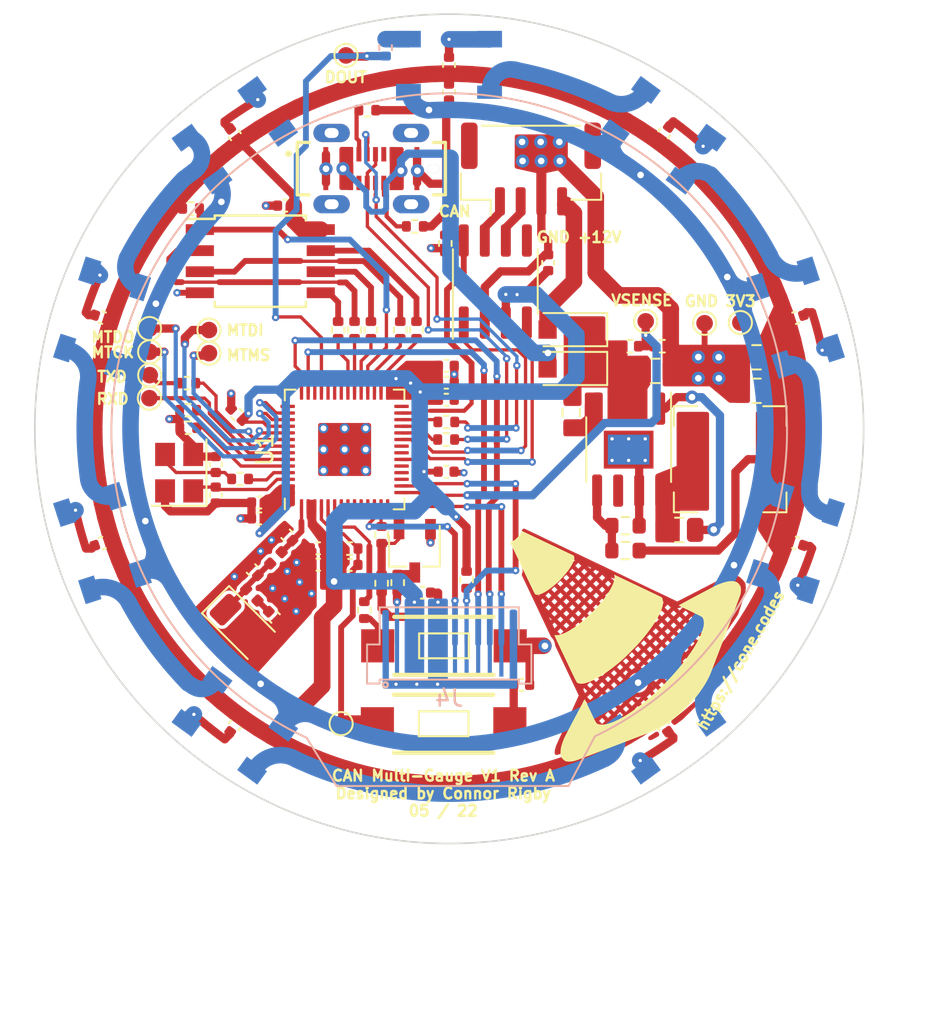
<source format=kicad_pcb>
(kicad_pcb (version 20211014) (generator pcbnew)
  (layers (0 "F.Cu" signal) (1 "In1.Cu" power) (2 "In2.Cu" mixed) (31 "B.Cu" signal) (34 "B.Paste" user) (35 "F.Paste" user) (36 "B.SilkS" user "B.Silkscreen") (37 "F.SilkS" user "F.Silkscreen") (38 "B.Mask" user) (39 "F.Mask" user) (44 "Edge.Cuts" user))
  (net 0 "")
  (net 1 "Net-(D2-Pad2)")
  (net 2 "Net-(D3-Pad2)")
  (net 3 "Net-(D4-Pad2)")
  (net 4 "Net-(D5-Pad2)")
  (net 5 "Net-(D8-Pad2)")
  (net 6 "GND")
  (net 7 "Net-(C33-Pad2)")
  (net 8 "Net-(C34-Pad2)")
  (net 9 "Net-(C35-Pad2)")
  (net 10 "Net-(C36-Pad2)")
  (net 11 "Net-(C37-Pad2)")
  (net 12 "/RF_ANT")
  (net 13 "+3V3")
  (net 14 "/XTAL_P")
  (net 15 "/LNA_IN")
  (net 16 "/XTAL_N")
  (net 17 "/VIN")
  (net 18 "/EXT_VIN")
  (net 19 "/BST")
  (net 20 "/MTMS")
  (net 21 "/MTCK")
  (net 22 "/MTDO")
  (net 23 "/MTDI")
  (net 24 "/FSPIQ")
  (net 25 "/FSPICLK")
  (net 26 "/FSPID")
  (net 27 "/CAN_DRV_N")
  (net 28 "/CAN_DRV_P")
  (net 29 "/USB_VBUS")
  (net 30 "/CC1")
  (net 31 "/USB_D_P")
  (net 32 "/USB_D_N")
  (net 33 "/CC2")
  (net 34 "/U0TXD")
  (net 35 "/U0RXD")
  (net 36 "/FSPICS0")
  (net 37 "/CHIP_PU")
  (net 38 "/SPIHD")
  (net 39 "/SPIWP")
  (net 40 "/SPICLK")
  (net 41 "/SPIQ")
  (net 42 "/SPID")
  (net 43 "/GPIO_USB_D_N")
  (net 44 "/GPIO_USB_D_P")
  (net 45 "/GPIO0")
  (net 46 "/GPIO0_BOOTSTRAP")
  (net 47 "/GPIO45")
  (net 48 "/GPIO46")
  (net 49 "/GPIO2")
  (net 50 "/CAN_EN")
  (net 51 "/GPIO14")
  (net 52 "/DC")
  (net 53 "/GPIO6")
  (net 54 "/BL")
  (net 55 "/GPIO1")
  (net 56 "/GPIO3")
  (net 57 "/GPIO4")
  (net 58 "/GPIO5")
  (net 59 "/GPIO12")
  (net 60 "/GPIO13")
  (net 61 "/CAN_N")
  (net 62 "/CAN_P")
  (net 63 "/FSPIHD")
  (net 64 "/GPIO38")
  (net 65 "Net-(C31-Pad2)")
  (net 66 "Net-(C32-Pad2)")
  (net 67 "Net-(C5-Pad2)")
  (net 68 "Net-(C30-Pad2)")
  (net 69 "Net-(C38-Pad2)")
  (net 70 "Net-(D2-Pad4)")
  (net 71 "Net-(D6-Pad2)")
  (net 72 "/SW")
  (net 73 "Net-(D10-Pad4)")
  (net 74 "/PGOOD")
  (net 75 "/FB")
  (net 85 "Net-(D10-Pad2)")
  (net 86 "/MCU_SPIHD")
  (net 87 "/MCU_SPIWP")
  (net 88 "/MCU_SPICLK")
  (net 89 "/MCU_SPIQ")
  (net 90 "/MCU_SPID")
  (net 92 "/MCU_XTAL_N")
  (net 93 "/MCU_U0TXD")
  (net 94 "/CHIP_PU_BOOTSTRAP")
  (net 95 "/LCD_LEDK")
  (net 96 "/GPIO9")
  (net 97 "/LCD_BL_DIV")
  (net 98 "/Q_LEDK")
  (net 99 "/MCU_SPICS0")
  (net 100 "/GPIO10")
  (net 101 "/GPIO34")
  (net 102 "Net-(J1-PadS1)")
  (footprint "ConeCodes:GCT_USB4120-03-C_REVA" (layer "F.Cu") (at 42.04 24.86)
    (fp_text reference "J1" hide)
    (fp_text value "USB4120-03-C_REVA")
    (fp_line (start 3.85 0.26) (end 3.65 0.26) (layer "Edge.Cuts") (width 0.01))
    (fp_line (start 3.65 -0.26) (end 3.85 -0.26) (layer "Edge.Cuts") (width 0.01))
    (fp_arc (start 3.39 0) (mid 3.466152 -0.183848) (end 3.65 -0.26) (layer "Edge.Cuts") (width 0.01))
    (fp_arc (start 3.65 0.26) (mid 3.466152 0.183848) (end 3.39 0) (layer "Edge.Cuts") (width 0.01))
    (fp_arc (start 3.85 -0.26) (mid 4.033848 -0.183848) (end 4.11 0) (layer "Edge.Cuts") (width 0.01))
    (fp_arc (start 4.11 0) (mid 4.033848 0.183848) (end 3.85 0.26) (layer "Edge.Cuts") (width 0.01))
  )
  (footprint "Resistor_SMD:R_0402_1005Metric" (layer "F.Cu") (at 41.025 34.595 -90)
    (fp_text reference "R10" hide)
    (fp_text value "0")
  )
  (footprint "TestPoint:TestPoint_Pad_D1.0mm" (layer "F.Cu") (at 28.645 34.510001 90)
    (fp_text reference "TP6" hide)
    (fp_text value "MTDO")
  )
  (footprint "Connector_JST:JST_GH_BM04B-GHS-TBT_1x04-1MP_P1.25mm_Vertical" (layer "F.Cu") (at 51.680001 24.881982)
    (fp_text reference "J2" hide)
    (fp_text value "PWR_CAN")
  )
  (footprint "Capacitor_SMD:C_0402_1005Metric" (layer "F.Cu") (at 32.645 42.715 90)
    (fp_text reference "C15" hide)
    (fp_text value "C_Small")
  )
  (footprint "Resistor_SMD:R_0402_1005Metric" (layer "F.Cu") (at 57.655 35.575)
    (fp_text reference "R14" hide)
    (fp_text value "36k")
  )
  (footprint "Capacitor_SMD:C_0402_1005Metric" (layer "F.Cu") (at 33.8 58.45 -126)
    (fp_text reference "C35" hide)
    (fp_text value "1uF")
  )
  (footprint "Inductor_SMD:L_Bourns-SRN6028" (layer "F.Cu") (at 63.705 42.395)
    (fp_text reference "L3" hide)
    (fp_text value "6.8uh")
  )
  (footprint "TestPoint:TestPoint_Pad_D1.0mm" (layer "F.Cu") (at 28.655 35.915001 90)
    (fp_text reference "TP3" hide)
    (fp_text value "MTCK")
  )
  (footprint "Resistor_SMD:R_0402_1005Metric" (layer "F.Cu") (at 40.035 34.595 -90)
    (fp_text reference "R11" hide)
    (fp_text value "0")
  )
  (footprint "Crystal:Crystal_SMD_3225-4Pin_3.2x2.5mm" (layer "F.Cu") (at 30.435 43.205 90)
    (fp_text reference "Y1" hide)
    (fp_text value "40MHZ")
  )
  (footprint "Resistor_SMD:R_0603_1608Metric" (layer "F.Cu") (at 54.105001 39.575 -90)
    (fp_text reference "R19" hide)
    (fp_text value "100k")
  )
  (footprint "logos:cone" (layer "F.Cu") (at 55.911386 52.200019 45)
    (fp_text reference "G***" hide)
    (fp_text value "LOGO" hide)
  )
  (footprint "Resistor_SMD:R_0402_1005Metric" (layer "F.Cu") (at 42.66 46.96 -90)
    (fp_text reference "R18" hide)
    (fp_text value "10k")
  )
  (footprint "Capacitor_SMD:C_0402_1005Metric" (layer "F.Cu") (at 35.285 45.965 180)
    (fp_text reference "C2" hide)
    (fp_text value "10uF")
  )
  (footprint "Capacitor_SMD:C_0805_2012Metric" (layer "F.Cu") (at 60.640087 46.658284 180)
    (fp_text reference "C20" hide)
    (fp_text value "0.1uF")
  )
  (footprint "Capacitor_SMD:C_0402_1005Metric" (layer "F.Cu") (at 46.73 20.24 -90)
    (fp_text reference "C29" hide)
    (fp_text value "10uF")
  )
  (footprint "ConeCodes:SW_RS-032G05A3-SMRT" (layer "F.Cu") (at 46.4235 53.653499)
    (fp_text reference "SW2" hide)
    (fp_text value "SW_Push")
  )
  (footprint "Capacitor_SMD:C_0402_1005Metric" (layer "F.Cu") (at 35.285 45.005 180)
    (fp_text reference "C1" hide)
    (fp_text value "1uF")
  )
  (footprint "TestPoint:TestPoint_Pad_D1.0mm" (layer "F.Cu") (at 64.32 34.15)
    (fp_text reference "TP11" hide)
    (fp_text value "3V3OUT")
  )
  (footprint "Resistor_SMD:R_0402_1005Metric" (layer "F.Cu") (at 30.925 37.805)
    (fp_text reference "R3" hide)
    (fp_text value "499")
  )
  (footprint "Resistor_SMD:R_0402_1005Metric" (layer "F.Cu") (at 31.155 27.265)
    (fp_text reference "R8" hide)
    (fp_text value "100k")
  )
  (footprint "Resistor_SMD:R_0402_1005Metric" (layer "F.Cu") (at 41.615 51.495 -90)
    (fp_text reference "R13" hide)
    (fp_text value "10k")
  )
  (footprint "Capacitor_SMD:C_0402_1005Metric" (layer "F.Cu") (at 25.8 47.45 -162)
    (fp_text reference "C36" hide)
    (fp_text value "1uF")
  )
  (footprint "Resistor_SMD:R_0402_1005Metric" (layer "F.Cu") (at 30.975 39.435 180)
    (fp_text reference "R15" hide)
    (fp_text value "10k")
  )
  (footprint "Capacitor_SMD:C_0402_1005Metric" (layer "F.Cu") (at 33.91799 39.695355 135)
    (fp_text reference "C9" hide)
    (fp_text value "0.1uF")
  )
  (footprint "Resistor_SMD:R_0402_1005Metric" (layer "F.Cu") (at 47.790001 49.67 -90)
    (fp_text reference "R27" hide)
    (fp_text value "100k")
  )
  (footprint "Capacitor_SMD:C_0402_1005Metric" (layer "F.Cu") (at 36.937071 46.967501 -45)
    (fp_text reference "C3" hide)
    (fp_text value "C_Small")
  )
  (footprint "TestPoint:TestPoint_Pad_D1.0mm" (layer "F.Cu") (at 40.51 18.03)
    (fp_text reference "TP5" hide)
    (fp_text value "NEO_OUT")
  )
  (footprint "Capacitor_SMD:C_0402_1005Metric" (layer "F.Cu") (at 36.185356 51.930538 135)
    (fp_text reference "C5" hide)
    (fp_text value "C_Small")
  )
  (footprint "Inductor_SMD:L_0402_1005Metric" (layer "F.Cu") (at 34.822427 50.580208 -45)
    (fp_text reference "L2" hide)
    (fp_text value "L_Small")
  )
  (footprint "Inductor_SMD:L_0402_1005Metric" (layer "F.Cu") (at 36.278701 48.34364 -135)
    (fp_text reference "L1" hide)
    (fp_text value "L_Small")
  )
  (footprint "Capacitor_SMD:C_0402_1005Metric" (layer "F.Cu") (at 59.72 22.74 54)
    (fp_text reference "C31" hide)
    (fp_text value "1uF")
  )
  (footprint "Capacitor_SMD:C_0402_1005Metric" (layer "F.Cu") (at 67.666649 33.857292 18)
    (fp_text reference "C32" hide)
    (fp_text value "1uF")
  )
  (footprint "Capacitor_SMD:C_0805_2012Metric" (layer "F.Cu") (at 65.295 38.265 180)
    (fp_text reference "C22" hide)
    (fp_text value "22uF")
  )
  (footprint "TestPoint:TestPoint_Pad_D1.0mm" (layer "F.Cu") (at 28.64 38.71)
    (fp_text reference "TP9" hide)
    (fp_text value "RXD")
  )
  (footprint "Capacitor_SMD:C_0402_1005Metric" (layer "F.Cu") (at 46.565 38.805)
    (fp_text reference "C12" hide)
    (fp_text value "1uF")
  )
  (footprint "Resistor_SMD:R_0603_1608Metric" (layer "F.Cu") (at 57.385 46.405001)
    (fp_text reference "R21" hide)
    (fp_text value "10k2")
  )
  (footprint "Capacitor_SMD:C_0402_1005Metric" (layer "F.Cu") (at 38.835001 48.756837 180)
    (fp_text reference "C6" hide)
    (fp_text value "0.1uF")
  )
  (footprint "Capacitor_SMD:C_0402_1005Metric" (layer "F.Cu") (at 36.855 27.095 180)
    (fp_text reference "C17" hide)
    (fp_text value "0.1uF")
  )
  (footprint "Resistor_SMD:R_0402_1005Metric" (layer "F.Cu") (at 42.015 34.595 -90)
    (fp_text reference "R9" hide)
    (fp_text value "0")
  )
  (footprint "Capacitor_SMD:C_0402_1005Metric" (layer "F.Cu") (at 46.555 43.145)
    (fp_text reference "C8" hide)
    (fp_text value "0.1uF")
  )
  (footprint "Resistor_SMD:R_0402_1005Metric" (layer "F.Cu") (at 43.785 34.595 -90)
    (fp_text reference "R7" hide)
    (fp_text value "0")
  )
  (footprint "TestPoint:TestPoint_Pad_D1.0mm" (layer "F.Cu") (at 40.215 58.345)
    (fp_text reference "TP1" hide)
    (fp_text value "CHIP_PU")
  )
  (footprint "Resistor_SMD:R_0402_1005Metric" (layer "F.Cu") (at 44.765 34.595 -90)
    (fp_text reference "R6" hide)
    (fp_text value "0")
  )
  (footprint "Package_SO:SOIC-8-1EP_3.9x4.9mm_P1.27mm_EP2.29x3mm_ThermalVias" (layer "F.Cu") (at 57.575 41.815 -90)
    (fp_text reference "U5" hide)
    (fp_text value "ADP2303ARDZ-3.3")
  )
  (footprint "TestPoint:TestPoint_Pad_D1.0mm" (layer "F.Cu") (at 28.66 37.32)
    (fp_text reference "TP8" hide)
    (fp_text value "TXD")
  )
  (footprint "Capacitor_SMD:C_0402_1005Metric" (layer "F.Cu") (at 51.115 56.005)
    (fp_text reference "C18" hide)
    (fp_text value "1uF")
  )
  (footprint "Capacitor_SMD:C_0402_1005Metric" (layer "F.Cu") (at 40.75 48.770001 180)
    (fp_text reference "C19" hide)
    (fp_text value "0.1uF")
  )
  (footprint "Capacitor_SMD:C_0402_1005Metric" (layer "F.Cu") (at 67.66 47.444308 -18)
    (fp_text reference "C33" hide)
    (fp_text value "1uF")
  )
  (footprint "Resistor_SMD:R_0402_1005Metric" (layer "F.Cu") (at 42.66 49.879999 -90)
    (fp_text reference "R22" hide)
    (fp_text value "10k")
  )
  (footprint "Resistor_SMD:R_0402_1005Metric" (layer "F.Cu") (at 46.505 29.375 -90)
    (fp_text reference "R12" hide)
    (fp_text value "10k")
  )
  (footprint "TestPoint:TestPoint_Pad_D1.0mm" (layer "F.Cu") (at 32.235001 34.6 90)
    (fp_text reference "TP7" hide)
    (fp_text value "MTDI")
  )
  (footprint "RF_Antenna:Johanson_2450AT18x100" (layer "F.Cu") (at 34.26407 52.496955 -45)
    (fp_text reference "AE1" hide)
    (fp_text value "Antenna_Shield")
  )
  (footprint "Capacitor_SMD:C_0402_1005Metric" (layer "F.Cu") (at 52.714999 30.535 90)
    (fp_text reference "C16" hide)
    (fp_text value "0.1uF")
  )
  (footprint "Resistor_SMD:R_0402_1005Metric" (layer "F.Cu") (at 30.985 40.495 180)
    (fp_text reference "R17" hide)
    (fp_text value "10k")
  )
  (footprint "Resistor_SMD:R_0402_1005Metric" (layer "F.Cu") (at 44.665 28.345)
    (fp_text reference "R24" hide)
    (fp_text value "51k")
  )
  (footprint "Capacitor_SMD:C_0402_1005Metric" (layer "F.Cu") (at 46.73 18.62 90)
    (fp_text reference "C30" hide)
    (fp_text value "1uF")
  )
  (footprint "ConeCodes:SW_RS-032G05A3-SMRT" (layer "F.Cu") (at 46.4035 58.3535)
    (fp_text reference "SW1" hide)
    (fp_text value "SW_Push")
  )
  (footprint "TestPoint:TestPoint_Pad_D1.0mm" (layer "F.Cu") (at 62.16 34.19)
    (fp_text reference "TP10" hide)
    (fp_text value "3V3OUT")
  )
  (footprint "Resistor_SMD:R_0603_1608Metric" (layer "F.Cu") (at 57.385 47.905 180)
    (fp_text reference "R20" hide)
    (fp_text value "31k6")
  )
  (footprint "Capacitor_SMD:C_0402_1005Metric" (layer "F.Cu") (at 25.8 33.85 162)
    (fp_text reference "C37" hide)
    (fp_text value "1uF")
  )
  (footprint "Resistor_SMD:R_0402_1005Metric" (layer "F.Cu") (at 40.725 47.785 180)
    (fp_text reference "R1" hide)
    (fp_text value "10k")
  )
  (footprint "Capacitor_SMD:C_0402_1005Metric" (layer "F.Cu") (at 32.645001 44.555 -90)
    (fp_text reference "C14" hide)
    (fp_text value "C_Small")
  )
  (footprint "Capacitor_SMD:C_0402_1005Metric" (layer "F.Cu") (at 45.135 50.445)
    (fp_text reference "C28" hide)
    (fp_text value "1uF")
  )
  (footprint "Package_TO_SOT_SMD:TSOT-23" (layer "F.Cu") (at 44.66 47.92 -90)
    (fp_text reference "Q1" hide)
    (fp_text value "Q_NPN_EBC")
  )
  (footprint "Diode_SMD:D_SOD-123F" (layer "F.Cu") (at 54.08 34.575 180)
    (fp_text reference "D1" hide)
    (fp_text value "D_Small")
  )
  (footprint "Capacitor_SMD:C_0402_1005Metric" (layer "F.Cu") (at 38.834999 47.766838 180)
    (fp_text reference "C7" hide)
    (fp_text value "1uF")
  )
  (footprint "Capacitor_SMD:C_0805_2012Metric" (layer "F.Cu") (at 65.294999 36.245 180)
    (fp_text reference "C21" hide)
    (fp_text value "22uF")
  )
  (footprint "Resistor_SMD:R_0402_1005Metric" (layer "F.Cu") (at 46.565 40.145)
    (fp_text reference "R5" hide)
    (fp_text value "0")
  )
  (footprint "Resistor_SMD:R_0402_1005Metric" (layer "F.Cu") (at 41.795 21.335)
    (fp_text reference "R23" hide)
    (fp_text value "51k")
  )
  (footprint "Resistor_SMD:R_0402_1005Metric" (layer "F.Cu") (at 59.605 35.575)
    (fp_text reference "R16" hide)
    (fp_text value "10k")
  )
  (footprint "Package_SO:SOIC-8_3.9x4.9mm_P1.27mm" (layer "F.Cu") (at 49.525 31.675 90)
    (fp_text reference "U2" hide)
    (fp_text value "SN65HVD230")
  )
  (footprint "Capacitor_SMD:C_0402_1005Metric" (layer "F.Cu") (at 46.565 36.755)
    (fp_text reference "C13" hide)
    (fp_text value "10uF")
  )
  (footprint "ConeCodes:QFN-56" (layer "F.Cu") (at 40.425341 41.805858 90)
    (fp_text reference "U1")
    (fp_text value "ESP32-S3R2")
  )
  (footprint "Resistor_SMD:R_0402_1005Metric" (layer "F.Cu") (at 46.555 41.205)
    (fp_text reference "R4" hide)
    (fp_text value "0")
  )
  (footprint "Capacitor_SMD:C_0402_1005Metric" (layer "F.Cu") (at 34.849498 49.062131 -45)
    (fp_text reference "C4" hide)
    (fp_text value "C_Small")
  )
  (footprint "Capacitor_SMD:C_0805_2012Metric" (layer "F.Cu") (at 59.175001 37.065 180)
    (fp_text reference "C10" hide)
    (fp_text value "10uF")
  )
  (footprint "Resistor_SMD:R_0402_1005Metric" (layer "F.Cu") (at 43.63 49.84 90)
    (fp_text reference "R26" hide)
    (fp_text value "10R")
  )
  (footprint "TestPoint:TestPoint_Pad_D1.0mm" (layer "F.Cu") (at 32.235001 35.995 90)
    (fp_text reference "TP4" hide)
    (fp_text value "MTMS")
  )
  (footprint "Diode_SMD:D_SOD-123F" (layer "F.Cu") (at 54.08 36.92 180)
    (fp_text reference "D11" hide)
    (fp_text value "D_Small")
  )
  (footprint "Capacitor_SMD:C_0402_1005Metric" (layer "F.Cu") (at 46.565 37.775)
    (fp_text reference "C11" hide)
    (fp_text value "0.1uF")
  )
  (footprint "Capacitor_SMD:C_0402_1005Metric" (layer "F.Cu") (at 59.66 58.44 -54)
    (fp_text reference "C34" hide)
    (fp_text value "1uF")
  )
  (footprint "Capacitor_SMD:C_0402_1005Metric" (layer "F.Cu") (at 33.8 22.85 126)
    (fp_text reference "C38" hide)
    (fp_text value "1uF")
  )
  (footprint "TestPoint:TestPoint_Pad_D1.0mm" (layer "F.Cu") (at 58.605 34.075)
    (fp_text reference "TP2" hide)
    (fp_text value "VBAT_SENSE")
  )
  (footprint "Resistor_SMD:R_0402_1005Metric" (layer "F.Cu") (at 34.115 43.584999)
    (fp_text reference "R2" hide)
    (fp_text value "0")
  )
  (footprint "Package_SO:SOIC-8W_5.3x5.3mm_P1.27mm" (layer "F.Cu") (at 35.335 30.445)
    (fp_text reference "U3" hide)
    (fp_text value "W25Q128JVS")
  )
  (footprint "WS2815B:LED_WS2812B_PLCC4_5.0x5.0mm_P3.2mm" (layer "B.Cu") (at 33.797264 58.446747 -36)
    (fp_text reference "D8" hide)
    (fp_text value "WS2812B")
  )
  (footprint "WS2815B:LED_WS2812B_PLCC4_5.0x5.0mm_P3.2mm" (layer "B.Cu") (at 67.651783 33.85 108)
    (fp_text reference "D4" hide)
    (fp_text value "WS2812B")
  )
  (footprint "WS2815B:LED_WS2812B_PLCC4_5.0x5.0mm_P3.2mm" (layer "B.Cu") (at 25.805296 47.446747 -72)
    (fp_text reference "D9" hide)
    (fp_text value "WS2812B")
  )
  (footprint "WS2815B:LED_WS2812B_PLCC4_5.0x5.0mm_P3.2mm" (layer "B.Cu") (at 67.651783 47.446747 72)
    (fp_text reference "D5" hide)
    (fp_text value "WS2812B")
  )
  (footprint "WS2815B:LED_WS2812B_PLCC4_5.0x5.0mm_P3.2mm" (layer "B.Cu") (at 59.659815 22.85 144)
    (fp_text reference "D3" hide)
    (fp_text value "WS2812B")
  )
  (footprint "Resistor_SMD:R_0402_1005Metric" (layer "B.Cu") (at 42.9 17.56 90)
    (fp_text reference "R25" hide)
    (fp_text value "0")
  )
  (footprint "ConeCodes:GC9A01_disp" (layer "B.Cu") (at 46.74 40.56 180)
    (fp_text reference "J4")
    (fp_text value "Conn_01x12")
  )
  (footprint "WS2815B:LED_WS2812B_PLCC4_5.0x5.0mm_P3.2mm" (layer "B.Cu") (at 59.659815 58.446747 36)
    (fp_text reference "D6" hide)
    (fp_text value "WS2812B")
  )
  (footprint "WS2815B:LED_WS2812B_PLCC4_5.0x5.0mm_P3.2mm" (layer "B.Cu") (at 33.797264 22.85 -144)
    (fp_text reference "D7" hide)
    (fp_text value "WS2812B")
  )
  (footprint "WS2815B:LED_WS2812B_PLCC4_5.0x5.0mm_P3.2mm" (layer "B.Cu") (at 46.72854 18.648374 180)
    (fp_text reference "D2" hide)
    (fp_text value "WS2812B")
  )
  (footprint "WS2815B:LED_WS2812B_PLCC4_5.0x5.0mm_P3.2mm" (layer "B.Cu") (at 25.805296 33.85 -108)
    (fp_text reference "D10" hide)
    (fp_text value "WS2812B")
  )
  (gr_circle (center 42.89 56) (end 42.84 56.05) (layer "B.SilkS") (width 0.15) (fill none))
  (gr_circle (center 46.74 40.56) (end 21.72 40.57) (layer "Edge.Cuts") (width 0.1) (fill none))
  (gr_text "3V3" (at 64.33 32.86) (layer "F.SilkS") (effects (font (size 0.65 0.65))))
  (gr_text "CAN Multi-Gauge V1 Rev A" (at 46.39 61.49) (layer "F.SilkS") (effects (font (size 0.65 0.65))))
  (gr_text "GND" (at 61.97 32.86) (layer "F.SilkS") (effects (font (size 0.65 0.65))))
  (gr_text "MTMS" (at 34.63 36.12) (layer "F.SilkS") (effects (font (size 0.65 0.65))))
  (gr_text "MTCK" (at 26.44 35.95) (layer "F.SilkS") (effects (font (size 0.65 0.65))))
  (gr_text "MTDI" (at 34.42 34.62) (layer "F.SilkS") (effects (font (size 0.65 0.65))))
  (gr_text "VSENSE" (at 58.37 32.81) (layer "F.SilkS") (effects (font (size 0.65 0.65))))
  (gr_text "CAN" (at 47.07 27.44) (layer "F.SilkS") (effects (font (size 0.65 0.65))))
  (gr_text "Designed by Connor Rigby\n05 / 22" (at 46.38 63.08) (layer "F.SilkS") (effects (font (size 0.65 0.65))))
  (gr_text "+12V" (at 55.83 29) (layer "F.SilkS") (effects (font (size 0.65 0.65))))
  (gr_text "RXD" (at 26.42 38.76) (layer "F.SilkS") (effects (font (size 0.65 0.65))))
  (gr_text "GND" (at 53.03 29) (layer "F.SilkS") (effects (font (size 0.65 0.65))))
  (gr_text "MTDO" (at 26.44 35.03) (layer "F.SilkS") (effects (font (size 0.65 0.65))))
  (gr_text "https://cone.codes" (at 64.34 54.52 60) (layer "F.SilkS") (effects (font (size 0.65 0.65))))
  (gr_text "DOUT" (at 40.49 19.35) (layer "F.SilkS") (effects (font (size 0.65 0.65))))
  (gr_text "TXD" (at 26.39 37.42) (layer "F.SilkS") (effects (font (size 0.65 0.65))))
  (segment (start 50.82 18.92) (end 50.696428 18.895288) (width 1) (layer "B.Cu") (net 1))
  (arc locked (start 58.61 20.13) (mid 57.70632 20.877732) (end 56.530436 20.864883) (width 1) (layer "B.Cu") (net 1))
  (arc (start 49.190713 20.123853) (mid 49.653717 19.154329) (end 50.696428 18.895288) (width 1) (layer "B.Cu") (net 1))
  (arc locked (start 50.82 18.93) (mid 53.733657 19.700677) (end 56.517438 20.855622) (width 1) (layer "B.Cu") (net 1))
  (segment locked (start 60.7 25.51) (end 60.844355 25.376745) (width 0.5) (layer "B.Cu") (net 2))
  (segment locked (start 62.512039 25.227503) (end 62.333971 25.144513) (width 0.5) (layer "B.Cu") (net 2))
  (arc locked (start 60.844355 25.376745) (mid 61.55383 25.033989) (end 62.333971 25.144513) (width 1) (layer "B.Cu") (net 2))
  (arc locked (start 62.52 25.22) (mid 64.482033 27.529471) (end 66.098731 30.092578) (width 1) (layer "B.Cu") (net 2))
  (arc locked (start 68.38063 31.047469) (mid 67.036789 31.054871) (end 66.098731 30.092578) (width 1) (layer "B.Cu") (net 2))
  (segment locked (start 68.58 37.83) (end 68.544646 37.677145) (width 1) (layer "B.Cu") (net 3))
  (segment locked (start 68.490957 44.02065) (end 68.490957 44.400611) (width 1) (layer "B.Cu") (net 3))
  (segment locked (start 68.490957 43.900471) (end 68.490957 44.02065) (width 1) (layer "B.Cu") (net 3))
  (arc locked (start 68.58 37.83) (mid 68.744059 40.863105) (end 68.49 43.89) (width 1) (layer "B.Cu") (net 3))
  (arc locked (start 69.733175 45.657951) (mid 68.853887 45.284354) (end 68.490957 44.400611) (width 1) (layer "B.Cu") (net 3))
  (arc locked (start 66.972011 36.666712) (mid 67.963763 36.852191) (end 68.544646 37.677145) (width 1) (layer "B.Cu") (net 3))
  (segment (start 66.021379 51.161331) (end 66.147314 50.884275) (width 1) (layer "B.Cu") (net 4))
  (arc locked (start 62.536339 58.25804) (mid 62.08 56.94) (end 62.716317 55.698801) (width 1) (layer "B.Cu") (net 4))
  (arc locked (start 66.021379 51.161331) (mid 64.514085 53.535856) (end 62.716317 55.698801) (width 1) (layer "B.Cu") (net 4))
  (arc locked (start 65.594255 49.396388) (mid 66.177677 50.026257) (end 66.147314 50.884275) (width 1) (layer "B.Cu") (net 4))
  (segment (start 30.96 55.9) (end 31.296655 56.112884) (width 1) (layer "B.Cu") (net 5))
  (arc locked (start 32.466773 55.955629) (mid 31.910302 56.246978) (end 31.296655 56.112884) (width 1) (layer "B.Cu") (net 5))
  (arc locked (start 30.96 55.9) (mid 29.03207 53.625067) (end 27.429144 51.110536) (width 1) (layer "B.Cu") (net 5))
  (arc locked (start 25.086127 50.267097) (mid 26.43 50.21) (end 27.429144 51.110536) (width 1) (layer "B.Cu") (net 5))
  (segment (start 59.3 32.51) (end 60.115 33.325) (width 1) (layer "F.Cu") (net 6))
  (segment (start 46.57 27.44) (end 45.665 28.345) (width 0.5) (layer "F.Cu") (net 6))
  (segment (start 36.375 27.095) (end 35.675 27.095) (width 0.5) (layer "F.Cu") (net 6))
  (segment (start 45.615 50.445) (end 46.065 50.445) (width 0.5) (layer "F.Cu") (net 6))
  (segment (start 44.8 25.013389) (end 44.8 25.72) (width 0.5) (layer "F.Cu") (net 6))
  (segment (start 45.505 21.335) (end 45.52 21.32) (width 0.5) (layer "F.Cu") (net 6))
  (segment (start 60.115 33.325) (end 60.115 35.575) (width 1) (layer "F.Cu") (net 6))
  (segment (start 44.8 24.966713) (end 44.8 23.99) (width 0.5) (layer "F.Cu") (net 6))
  (segment (start 52.43 53.65) (end 52.51 53.65) (width 0.5) (layer "F.Cu") (net 6))
  (segment (start 32.645001 45.035) (end 34.775 45.035) (width 0.5) (layer "F.Cu") (net 6))
  (segment (start 53.43 24.39) (end 55.59 26.55) (width 1) (layer "F.Cu") (net 6))
  (segment (start 45.665 28.345) (end 45.175 28.345) (width 0.5) (layer "F.Cu") (net 6))
  (segment (start 29.84 39.97) (end 30.41 39.97) (width 0.5) (layer "F.Cu") (net 6))
  (segment (start 58.21 46.405001) (end 58.21 44.29) (width 0.5) (layer "F.Cu") (net 6))
  (segment (start 30.475 40.495) (end 30.475 40.775) (width 0.5) (layer "F.Cu") (net 6))
  (segment (start 30.475 40.775) (end 31.285 41.585) (width 0.5) (layer "F.Cu") (net 6))
  (segment (start 33.578579 38.438579) (end 33.578579 39.355944) (width 0.5) (layer "F.Cu") (net 6))
  (segment (start 32.140001 45.54) (end 32.645001 45.035) (width 0.5) (layer "F.Cu") (net 6))
  (segment (start 52.305001 26.831982) (end 52.305001 28.845001) (width 0.5) (layer "F.Cu") (net 6))
  (segment (start 52.531292 30.055) (end 52.714999 30.055) (width 0.5) (layer "F.Cu") (net 6))
  (segment (start 29.91 45.54) (end 32.140001 45.54) (width 0.5) (layer "F.Cu") (net 6))
  (segment (start 39.3 25.72) (end 39.3 24.87) (width 0.5) (layer "F.Cu") (net 6))
  (segment (start 56.96 32.51) (end 59.3 32.51) (width 1) (layer "F.Cu") (net 6))
  (segment (start 62.16 35.75) (end 62.38 35.97) (width 0.3528) (layer "F.Cu") (net 6))
  (segment (start 46.28 29.66) (end 45.64 29.66) (width 0.5) (layer "F.Cu") (net 6))
  (segment (start 44.823338 24.990051) (end 44.8 25.013389) (width 0.5) (layer "F.Cu") (net 6))
  (segment (start 52.714999 29.254999) (end 52.714999 30.055) (width 0.5) (layer "F.Cu") (net 6))
  (segment (start 34.805 45.965) (end 34.805 45.005) (width 0.5) (layer "F.Cu") (net 6))
  (segment (start 46.559521 25.770479) (end 46.559521 21.469521) (width 0.5) (layer "F.Cu") (net 6))
  (segment (start 34.145 45.965) (end 34.805 45.965) (width 0.5) (layer "F.Cu") (net 6))
  (segment (start 51.595 56.005) (end 51.595 53.655) (width 0.5) (layer "F.Cu") (net 6))
  (segment (start 51.6 53.65) (end 50.426999 53.65) (width 0.5) (layer "F.Cu") (net 6))
  (segment (start 46.07 51.01) (end 46.06 51.02) (width 0.5) (layer "F.Cu") (net 6))
  (segment (start 46.07 50.45) (end 46.07 51.01) (width 0.5) (layer "F.Cu") (net 6))
  (segment (start 52.305001 28.845001) (end 52.714999 29.254999) (width 0.5) (layer "F.Cu") (net 6))
  (segment (start 51.595 53.655) (end 51.6 53.65) (width 0.5) (layer "F.Cu") (net 6))
  (segment (start 46.73 21.06) (end 46.73 20.72) (width 0.5) (layer "F.Cu") (net 6))
  (segment (start 29.585 45.215) (end 29.91 45.54) (width 0.5) (layer "F.Cu") (net 6))
  (segment (start 58.21 44.29) (end 58.21 42.45) (width 0.5) (layer "F.Cu") (net 6))
  (segment (start 46.065 50.445) (end 46.07 50.45) (width 0.5) (layer "F.Cu") (net 6))
  (segment (start 35.675 27.095) (end 35.67 27.1) (width 0.5) (layer "F.Cu") (net 6))
  (segment (start 47.04 37.27) (end 47.045 37.275) (width 0.5) (layer "F.Cu") (net 6))
  (segment (start 31.285 41.585) (end 31.285 42.105) (width 0.5) (layer "F.Cu") (net 6))
  (segment (start 45.52 21.32) (end 46.47 21.32) (width 0.5) (layer "F.Cu") (net 6))
  (segment (start 52.51 53.65) (end 52.52 53.66) (width 0.5) (layer "F.Cu") (net 6))
  (segment (start 42.305 21.335) (end 45.505 21.335) (width 0.5) (layer "F.Cu") (net 6))
  (segment (start 48.89 32.01) (end 49.84 31.06) (width 0.5) (layer "F.Cu") (net 6))
  (segment (start 31.685 32.35) (end 30.31 32.35) (width 0.3528) (layer "F.Cu") (net 6))
  (segment (start 47.045 36.755) (end 47.045 38.805) (width 0.5) (layer "F.Cu") (net 6))
  (segment (start 55.59 31.14) (end 56.96 32.51) (width 1) (layer "F.Cu") (net 6))
  (segment (start 46.47 21.32) (end 46.73 21.06) (width 0.5) (layer "F.Cu") (net 6))
  (segment (start 32.645 42.235) (end 31.415 42.235) (width 0.5) (layer "F.Cu") (net 6))
  (segment (start 53.43 24.39) (end 55.12 26.08) (width 0.5) (layer "F.Cu") (net 6))
  (segment (start 45.603766 25.770479) (end 46.559521 25.770479) (width 0.5) (layer "F.Cu") (net 6))
  (segment (start 46.57 25.77) (end 46.57 27.44) (width 0.5) (layer "F.Cu") (net 6))
  (segment (start 39.3 24.87) (end 39.3 23.99) (width 0.5) (layer "F.Cu") (net 6))
  (segment (start 29.585 44.305) (end 29.585 45.215) (width 0.5) (layer "F.Cu") (net 6))
  (segment (start 48.89 34.15) (end 48.89 32.01) (width 0.5) (layer "F.Cu") (net 6))
  (segment (start 34.14 45.97) (end 34.145 45.965) (width 0.5) (layer "F.Cu") (net 6))
  (segment (start 62.16 34.19) (end 62.16 35.75) (width 0.3528) (layer "F.Cu") (net 6))
  (segment (start 44.823338 24.990051) (end 44.8 24.966713) (width 0.5) (layer "F.Cu") (net 6))
  (segment (start 55.59 26.55) (end 55.59 31.14) (width 1) (layer "F.Cu") (net 6))
  (segment (start 47.63 43.21) (end 47.629004 43.209004) (width 0.3528) (layer "F.Cu") (net 6))
  (segment (start 30.465 39.435) (end 30.465 40.485) (width 0.5) (layer "F.Cu") (net 6))
  (segment (start 45.61 46.61) (end 45.61 47.43) (width 0.5) (layer "F.Cu") (net 6))
  (segment (start 44.823338 24.990051) (end 45.603766 25.770479) (width 0.5) (layer "F.Cu") (net 6))
  (segment (start 46.505 29.885) (end 46.28 29.66) (width 0.5) (layer "F.Cu") (net 6))
  (segment (start 49.84 31.06) (end 51.526292 31.06) (width 0.5) (layer "F.Cu") (net 6))
  (segment (start 46.559521 21.469521) (end 46.425 21.335) (width 0.5) (layer "F.Cu") (net 6))
  (segment (start 51.6 53.65) (end 52.43 53.65) (width 1) (layer "F.Cu") (net 6))
  (segment (start 51.526292 31.06) (end 52.531292 30.055) (width 0.5) (layer "F.Cu") (net 6))
  (segment (start 47.629004 43.209004) (end 47.099004 43.209004) (width 0.3528) (layer "F.Cu") (net 6))
  (segment (start 30.41 39.97) (end 30.465 39.915) (width 0.5) (layer "F.Cu") (net 6))
  (segment (start 33.57 38.43) (end 33.578579 38.438579) (width 0.5) (layer "F.Cu") (net 6))
  (via (at 36.08 50.18) (size 0.45) (drill 0.2) (layers "F.Cu" "B.Cu") (net 6))
  (via (at 45.64 29.66) (size 0.45) (drill 0.2) (layers "F.Cu" "B.Cu") (net 6))
  (via (at 43.53 55.97) (size 0.45) (drill 0.2) (layers "F.Cu" "B.Cu") (net 6))
  (via (at 51.14 23.25) (size 0.8) (drill 0.4) (layers "F.Cu" "B.Cu") (net 6))
  (via (at 58.145 55.875) (size 0.8) (drill 0.4) (layers "F.Cu" "B.Cu") (net 6))
  (via (at 36.81 50.81) (size 0.45) (drill 0.2) (layers "F.Cu" "B.Cu") (net 6))
  (via (at 63.53 31.4) (size 0.8) (drill 0.4) (layers "F.Cu" "B.Cu") (net 6))
  (via (at 33.77 49.47) (size 0.45) (drill 0.2) (layers "F.Cu" "B.Cu") (net 6))
  (via (at 33.57 38.43) (size 0.45) (drill 0.2) (layers "F.Cu" "B.Cu") (net 6))
  (via (at 45.61 47.43) (size 0.45) (drill 0.2) (layers "F.Cu" "B.Cu") (net 6))
  (via (at 34.14 45.97) (size 0.45) (drill 0.2) (layers "F.Cu" "B.Cu") (net 6))
  (via (at 63.01 36.24) (size 0.8) (drill 0.4) (layers "F.Cu" "B.Cu") (net 6))
  (via (at 30.31 32.35) (size 0.45) (drill 0.2) (layers "F.Cu" "B.Cu") (net 6))
  (via (at 53.42 24.4) (size 0.8) (drill 0.4) (layers "F.Cu" "B.Cu") (net 6))
  (via (at 52.295 24.4) (size 0.8) (drill 0.4) (layers "F.Cu" "B.Cu") (net 6))
  (via (at 35.35 47.94) (size 0.45) (drill 0.2) (layers "F.Cu" "B.Cu") (net 6))
  (via (at 32.985 26.865) (size 0.8) (drill 0.4) (layers "F.Cu" "B.Cu") (net 6))
  (via (at 52.265 23.25) (size 0.8) (drill 0.4) (layers "F.Cu" "B.Cu") (net 6))
  (via (at 28.395 46.125) (size 0.8) (drill 0.4) (layers "F.Cu" "B.Cu") (net 6))
  (via (at 35.355 55.945) (size 0.8) (drill 0.4) (layers "F.Cu" "B.Cu") (net 6))
  (via (at 46.06 51.02) (size 0.45) (drill 0.2) (layers "F.Cu" "B.Cu") (net 6))
  (via (at 45.52 21.32) (size 0.8) (drill 0.4) (layers "F.Cu" "B.Cu") (net 6))
  (via (at 53.39 23.25) (size 0.8) (drill 0.4) (layers "F.Cu" "B.Cu") (net 6))
  (via (at 35.67 27.1) (size 0.45) (drill 0.2) (layers "F.Cu" "B.Cu") (net 6))
  (via (at 63.02 37.51) (size 0.8) (drill 0.4) (layers "F.Cu" "B.Cu") (net 6))
  (via (at 46.04 55.97) (size 0.45) (drill 0.2) (layers "F.Cu" "B.Cu") (net 6))
  (via (at 37.5 51.57) (size 0.45) (drill 0.2) (layers "F.Cu" "B.Cu") (net 6))
  (via (at 39.3 24.87) (size 0.8) (drill 0.4) (layers "F.Cu" "B.Cu") (net 6))
  (via (at 29.84 39.97) (size 0.45) (drill 0.2) (layers "F.Cu" "B.Cu") (net 6))
  (via (at 38.43 50.5) (size 0.45) (drill 0.2) (layers "F.Cu" "B.Cu") (net 6))
  (via (at 63.935 48.785) (size 0.8) (drill 0.4) (layers "F.Cu" "B.Cu") (net 6))
  (via (at 37.53 48.62) (size 0.45) (drill 0.2) (layers "F.Cu" "B.Cu") (net 6))
  (via (at 47.63 43.21) (size 0.45) (drill 0.2) (layers "F.Cu" "B.Cu") (net 6))
  (via (at 44.785 55.97) (size 0.45) (drill 0.2) (layers "F.Cu" "B.Cu") (net 6))
  (via (at 37.71 49.81) (size 0.45) (drill 0.2) (layers "F.Cu" "B.Cu") (net 6))
  (via (at 36.01 47.27) (size 0.45) (drill 0.2) (layers "F.Cu" "B.Cu") (net 6))
  (via (at 47.04 37.27) (size 0.45) (drill 0.2) (layers "F.Cu" "B.Cu") (net 6))
  (via (at 52.52 53.66) (size 0.8) (drill 0.4) (layers "F.Cu" "B.Cu") (net 6))
  (via (at 29.03 33.01) (size 0.8) (drill 0.4) (layers "F.Cu" "B.Cu") (net 6))
  (via (at 51.17 24.4) (size 0.8) (drill 0.4) (layers "F.Cu" "B.Cu") (net 6))
  (via (at 61.78 36.23) (size 0.8) (drill 0.4) (layers "F.Cu" "B.Cu") (net 6))
  (via (at 61.78 37.51) (size 0.8) (drill 0.4) (layers "F.Cu" "B.Cu") (net 6))
  (via (at 58.295 25.245) (size 0.8) (drill 0.4) (layers "F.Cu" "B.Cu") (net 6))
  (via (at 36.96 49.16) (size 0.45) (drill 0.2) (layers "F.Cu" "B.Cu") (net 6))
  (via (at 44.823338 24.990051) (size 0.8) (drill 0.4) (layers "F.Cu" "B.Cu") (net 6))
  (segment (start 28.086257 35.862515) (end 28.13 35.61) (width 1) (layer "B.Cu") (net 6))
  (segment (start 26.61177 36.716391) (end 26.729884 36.716391) (width 1) (layer "B.Cu") (net 6))
  (segment (start 26.569895 36.674516) (end 26.61177 36.716391) (width 1) (layer "B.Cu") (net 6))
  (arc locked (start 66.8 44.54) (mid 65.911686 43.925186) (end 65.68 42.87) (width 1) (layer "B.Cu") (net 6))
  (arc locked (start 36.8 58.43) (mid 37.652694 57.801658) (end 38.706396 57.909421) (width 1) (layer "B.Cu") (net 6))
  (arc (start 26.729884 36.716391) (mid 27.598145 36.590309) (end 28.086257 35.862515) (width 1) (layer "B.Cu") (net 6))
  (arc locked (start 64.620002 33.8) (mid 64.625001 32.767724) (end 65.349707 32.03259) (width 1) (layer "B.Cu") (net 6))
  (arc locked (start 28.172603 49.245766) (mid 29.183448 49.180345) (end 29.945766 49.847397) (width 1) (layer "B.Cu") (net 6))
  (arc locked (start 36.25 56.56) (mid 36.878342 57.412694) (end 36.770579 58.466396) (width 1) (layer "B.Cu") (net 6))
  (arc (start 60.570001 55.519999) (mid 60.255559 54.45714) (end 60.751407 53.465839) (width 1) (layer "B.Cu") (net 6))
  (arc locked (start 45.479999 21.350002) (mid 44.708554 21.002562) (end 44.342539 20.239754) (width 1) (layer "B.Cu") (net 6))
  (arc locked (start 65.11 45.65) (mid 65.777025 44.727938) (end 66.901659 44.553813) (width 1) (layer "B.Cu") (net 6))
  (arc locked (start 56.67 22.869999) (mid 55.88745 23.360397) (end 54.976172 23.210578) (width 1) (layer "B.Cu") (net 6))
  (arc locked (start 65.28 32.069998) (mid 64.247724 32.064999) (end 63.51259 31.340294) (width 1) (layer "B.Cu") (net 6))
  (arc locked (start 45.479999 21.350002) (mid 54.883484 57.790235) (end 32.59 27.47) (width 1) (layer "B.Cu") (net 6))
  (arc locked (start 57.080001 24.39) (mid 56.589603 23.60745) (end 56.739422 22.696172) (width 1) (layer "B.Cu") (net 6))
  (arc locked (start 32.79565 25.57499) (mid 33.050518 26.561312) (end 32.59 27.47) (width 1) (layer "B.Cu") (net 6))
  (arc locked (start 28.88 47.61) (mid 28.825966 48.557475) (end 28.172603 49.245766) (width 1) (layer "B.Cu") (net 6))
  (arc (start 58.620001 55.460001) (mid 59.68286 55.145559) (end 60.674161 55.641407) (width 1) (layer "B.Cu") (net 6))
  (arc (start 26.725 36.653018) (mid 27.464864 37.110008) (end 27.675266 37.953792) (width 1) (layer "B.Cu") (net 6))
  (segment (start 68.65 47.77) (end 68.51 47.63) (width 0.5) (layer "F.Cu") (net 7))
  (segment (start 68.153871 47.63) (end 68.116507 47.592636) (width 0.5) (layer "F.Cu") (net 7))
  (segment (start 68.51 47.63) (end 68.153871 47.63) (width 0.5) (layer "F.Cu") (net 7))
  (via (at 67.787279 49.996326) (size 0.45) (drill 0.2) (layers "F.Cu" "B.Cu") (net 7))
  (arc (start 67.787279 49.996326) (mid 68.247466 48.894333) (end 68.65 47.77) (width 0.5) (layer "F.Cu") (net 7))
  (segment (start 68.416382 50.271263) (end 68.062216 50.271263) (width 1) (layer "B.Cu") (net 7))
  (segment (start 68.062216 50.271263) (end 67.787279 49.996326) (width 1) (layer "B.Cu") (net 7))
  (segment (start 60.27 59.156191) (end 59.942137 58.828328) (width 0.5) (layer "F.Cu") (net 8))
  (segment (start 60.27 59.279999) (end 60.27 59.156191) (width 0.5) (layer "F.Cu") (net 8))
  (via (at 58.270625 60.573594) (size 0.45) (drill 0.2) (layers "F.Cu" "B.Cu") (net 8))
  (arc (start 60.27 59.279999) (mid 59.286995 59.952581) (end 58.270625 60.573594) (width 0.5) (layer "F.Cu") (net 8))
  (segment (start 58.61818 61.181248) (end 58.61818 60.921149) (width 1) (layer "B.Cu") (net 8))
  (segment (start 58.61818 60.921149) (end 58.270625 60.573594) (width 1) (layer "B.Cu") (net 8))
  (segment (start 33.517863 58.962137) (end 33.19 59.29) (width 0.5) (layer "F.Cu") (net 9))
  (segment (start 33.517863 58.838328) (end 33.517863 58.962137) (width 0.5) (layer "F.Cu") (net 9))
  (via (at 31.326839 57.789331) (size 0.45) (drill 0.2) (layers "F.Cu" "B.Cu") (net 9))
  (arc (start 33.19 59.29) (mid 32.238994 58.563783) (end 31.326839 57.789331) (width 0.5) (layer "F.Cu") (net 9))
  (segment (start 30.874716 58.241454) (end 31.326839 57.789331) (width 1) (layer "B.Cu") (net 9))
  (segment (start 30.874716 58.3011) (end 30.874716 58.241454) (width 1) (layer "B.Cu") (net 9))
  (segment (start 25.161821 47.78) (end 25.343493 47.598328) (width 0.5) (layer "F.Cu") (net 10))
  (segment (start 24.81 47.78) (end 25.161821 47.78) (width 0.5) (layer "F.Cu") (net 10))
  (via (at 24.179882 45.4686) (size 0.45) (drill 0.2) (layers "F.Cu" "B.Cu") (net 10))
  (arc (start 24.81 47.78) (mid 24.46494 46.632479) (end 24.179882 45.4686) (width 0.5) (layer "F.Cu") (net 10))
  (segment (start 23.526514 45.611086) (end 24.037396 45.611086) (width 1) (layer "B.Cu") (net 10))
  (segment (start 24.037396 45.611086) (end 24.179882 45.4686) (width 1) (layer "B.Cu") (net 10))
  (segment (start 24.961672 33.701672) (end 24.8 33.54) (width 0.5) (layer "F.Cu") (net 11))
  (segment (start 25.343493 33.701672) (end 24.961672 33.701672) (width 0.5) (layer "F.Cu") (net 11))
  (via (at 25.652203 31.289143) (size 0.45) (drill 0.2) (layers "F.Cu" "B.Cu") (net 11))
  (arc (start 24.8 33.54) (mid 25.196685 32.403434) (end 25.652203 31.289143) (width 0.5) (layer "F.Cu") (net 11))
  (segment (start 25.388544 31.025484) (end 25.652203 31.289143) (width 1) (layer "B.Cu") (net 11))
  (segment (start 25.040697 31.025484) (end 25.388544 31.025484) (width 1) (layer "B.Cu") (net 11))
  (segment (start 33.245091 51.47165) (end 34.47948 50.237261) (width 0.3528) (layer "F.Cu") (net 12))
  (segment (start 34.47948 50.110971) (end 35.188909 49.401542) (width 0.3528) (layer "F.Cu") (net 12))
  (segment (start 35.903864 48.686587) (end 35.188909 49.401542) (width 0.3528) (layer "F.Cu") (net 12))
  (segment (start 68.156169 41.457603) (end 68.174971 40.56) (width 1) (layer "F.Cu") (net 13))
  (segment (start 34.506771 58.161309) (end 35.254568 58.658145) (width 1) (layer "F.Cu") (net 13))
  (segment (start 59.699564 57.633596) (end 60.403165 57.075929) (width 1) (layer "F.Cu") (net 13))
  (segment (start 25.305029 40.56) (end 25.323831 41.457603) (width 1) (layer "F.Cu") (net 13))
  (segment (start 25.47405 43.246514) (end 25.605204 44.134683) (width 1) (layer "F.Cu") (net 13))
  (segment (start 30.513833 54.566052) (end 31.114579 55.233247) (width 1) (layer "F.Cu") (net 13))
  (segment (start 35.500131 40.156847) (end 34.379482 40.156847) (width 0.2) (layer "F.Cu") (net 13))
  (segment (start 42.723487 19.504701) (end 41.845306 19.691364) (width 1) (layer "F.Cu") (net 13))
  (segment (start 26.49732 33.510753) (end 26.219884 34.364612) (width 1) (layer "F.Cu") (net 13))
  (segment (start 34.506771 22.958691) (end 33.780436 23.486404) (width 1) (layer "F.Cu") (net 13))
  (segment (start 42.723487 61.615299) (end 43.608715 61.765024) (width 1) (layer "F.Cu") (net 13))
  (segment (start 36.809263 21.564252) (end 36.022515 21.996771) (width 1) (layer "F.Cu") (net 13))
  (segment (start 64.02 43.16) (end 64.785 42.395) (width 0.5) (layer "F.Cu") (net 13))
  (segment (start 46.085 38.805) (end 46.085 36.755) (width 0.5) (layer "F.Cu") (net 13))
  (segment (start 36.987841 40.405858) (end 35.749142 40.405858) (width 0.2) (layer "F.Cu") (net 13))
  (segment (start 62.965 47.905) (end 64.02 46.85) (width 0.5) (layer "F.Cu") (net 13))
  (segment (start 49.871285 61.765024) (end 50.756513 61.615299) (width 1) (layer "F.Cu") (net 13))
  (segment (start 67.501552 35.229339) (end 67.260116 34.364612) (width 1) (layer "F.Cu") (net 13))
  (segment (start 36.022514 59.123229) (end 36.809263 59.555748) (width 1) (layer "F.Cu") (net 13))
  (segment (start 39.07 51.961262) (end 39.07 56.075743) (width 1) (layer "F.Cu") (net 13))
  (segment (start 67.706565 45.016581) (end 67.874796 44.134683) (width 1) (layer "F.Cu") (net 13))
  (segment (start 47.790001 46.500001) (end 47.790001 49.16) (width 0.5) (layer "F.Cu") (net 13))
  (segment (start 61.082795 24.630712) (end 60.403165 24.044071) (width 1) (layer "F.Cu") (net 13))
  (segment (start 60.403165 24.044071) (end 59.699564 23.486404) (width 1) (layer "F.Cu") (net 13))
  (segment (start 67.501552 45.890661) (end 67.706565 45.016581) (width 1) (layer "F.Cu") (net 13))
  (segment (start 25.323831 39.662397) (end 25.305029 40.56) (width 1) (layer "F.Cu") (net 13))
  (segment (start 38.985 28.54) (end 37.91 28.54) (width 1) (layer "F.Cu") (net 13))
  (segment (start 56.670737 59.555748) (end 57.457486 59.123229) (width 1) (layer "F.Cu") (net 13))
  (segment (start 44.499435 61.877548) (end 45.394087 61.952674) (width 1) (layer "F.Cu") (net 13))
  (segment (start 65.074708 29.456106) (end 64.593643 28.698068) (width 1) (layer "F.Cu") (net 13))
  (segment (start 54.211632 20.469388) (end 53.36377 20.174131) (width 1) (layer "F.Cu") (net 13))
  (segment (start 37.91 28.54) (end 37.35452 27.98452) (width 1) (layer "F.Cu") (net 13))
  (segment (start 27.15818 49.278388) (end 27.540444 50.090742) (width 1) (layer "F.Cu") (net 13))
  (segment (start 40.975711 19.914638) (end 40.11623 20.174131) (width 1) (layer "F.Cu") (net 13))
  (segment (start 61.737263 25.245299) (end 61.082795 24.630712) (width 1) (layer "F.Cu") (net 13))
  (segment (start 33.076835 57.075929) (end 33.780436 57.633596) (width 1) (layer "F.Cu") (net 13))
  (segment (start 39.07 56.075743) (end 36.022514 59.123229) (width 1) (layer "F.Cu") (net 13))
  (segment (start 44.26 51.9) (end 44.64 51.52) (width 0.5) (layer "F.Cu") (net 13))
  (segment (start 40.11623 60.945869) (end 40.975711 61.205362) (width 1) (layer "F.Cu") (net 13))
  (segment (start 42.66 50.389999) (end 42.66 51.4) (width 0.5) (layer "F.Cu") (net 13))
  (segment (start 27.540444 31.029258) (end 27.15818 31.841612) (width 1) (layer "F.Cu") (net 13))
  (segment (start 43.608715 61.765024) (end 44.499435 61.877548) (width 1) (layer "F.Cu") (net 13))
  (segment (start 53.36377 20.174131) (end 52.504289 19.914638) (width 1) (layer "F.Cu") (net 13))
  (segment (start 66.98268 33.510753) (end 66.669732 32.669261) (width 1) (layer "F.Cu") (net 13))
  (segment (start 37.335 26.455) (end 34.118328 23.238328) (width 0.5) (layer "F.Cu") (net 13))
  (segment (start 50.16 32.45) (end 50.16 34.15) (width 0.5) (layer "F.Cu") (net 13))
  (segment (start 26.49732 47.609247) (end 26.810268 48.450739) (width 1) (layer "F.Cu") (net 13))
  (segment (start 65.939556 50.090742) (end 66.32182 49.278388) (width 1) (layer "F.Cu") (net 13))
  (segment (start 47.1889 61.99027) (end 48.085913 61.952674) (width 1) (layer "F.Cu") (net 13))
  (segment (start 52.714999 31.015) (end 51.279999 32.45) (width 0.5) (layer "F.Cu") (net 13))
  (segment (start 27.15818 31.841612) (end 26.810268 32.669261) (width 1) (layer "F.Cu") (net 13))
  (segment (start 25.773435 36.103419) (end 25.605204 36.985317) (width 1) (layer "F.Cu") (net 13))
  (segment (start 29.398744 27.96084) (end 28.886357 28.698068) (width 1) (layer "F.Cu") (net 13))
  (segment (start 35.254568 58.658145) (end 36.022514 59.123229) (width 1) (layer "F.Cu") (net 13))
  (segment (start 36.809263 59.555748) (end 37.613433 59.954942) (width 1) (layer "F.Cu") (net 13))
  (segment (start 41.845306 19.691364) (end 40.975711 19.914638) (width 1) (layer "F.Cu") (net 13))
  (segment (start 53.36377 60.945869) (end 54.211632 60.650612) (width 1) (layer "F.Cu") (net 13))
  (segment (start 64.081256 53.15916) (end 64.593643 52.421932) (width 1) (layer "F.Cu") (net 13))
  (segment (start 44.64 51.52) (end 44.64 51.02) (width 0.5) (layer "F.Cu") (net 13))
  (segment (start 25.605204 44.134683) (end 25.773435 45.016581) (width 1) (layer "F.Cu") (net 13))
  (segment (start 40.975711 61.205362) (end 41.845306 61.428636) (width 1) (layer "F.Cu") (net 13))
  (segment (start 25.380204 42.353632) (end 25.47405 43.246514) (width 1) (layer "F.Cu") (net 13))
  (segment (start 66.98268 47.609247) (end 67.260116 46.755388) (width 1) (layer "F.Cu") (net 13))
  (segment (start 44.99 38.34) (end 45.52 38.34) (width 0.5) (layer "F.Cu") (net 13))
  (segment (start 44.64 51.02) (end 44.64 50.31) (width 0.254) (layer "F.Cu") (net 13))
  (segment (start 45.52 38.34) (end 46.085 37.775) (width 0.5) (layer "F.Cu") (net 13))
  (segment (start 25.605204 36.985317) (end 25.47405 37.873486) (width 1) (layer "F.Cu") (net 13))
  (segment (start 68.099796 38.766368) (end 68.00595 37.873486) (width 1) (layer "F.Cu") (net 13))
  (segment (start 57.457486 59.123229) (end 58.225432 58.658145) (width 1) (layer "F.Cu") (net 13))
  (segment (start 44.895858 42.405858) (end 43.862841 42.405858) (width 0.2) (layer "F.Cu") (net 13))
  (segment (start 67.260116 46.755388) (end 67.501552 45.890661) (width 1) (layer "F.Cu") (net 13))
  (segment (start 57.457486 21.996771) (end 56.670737 21.564252) (width 1) (layer "F.Cu") (net 13))
  (segment (start 66.32182 49.278388) (end 66.669732 48.450739) (width 1) (layer "F.Cu") (net 13))
  (segment (start 52.504289 19.914638) (end 51.634694 19.691364) (width 1) (layer "F.Cu") (net 13))
  (segment (start 25.773435 45.016581) (end 25.978448 45.890661) (width 1) (layer "F.Cu") (net 13))
  (segment (start 50.756513 61.615299) (end 51.634694 61.428636) (width 1) (layer "F.Cu") (net 13))
  (segment (start 64.785 42.395) (end 66.055 42.395) (width 0.5) (layer "F.Cu") (net 13))
  (segment (start 27.956392 50.886376) (end 28.405292 51.663894) (width 1) (layer "F.Cu") (net 13))
  (segment (start 25.978448 35.229339) (end 25.773435 36.103419) (width 1) (layer "F.Cu") (net 13))
  (segment (start 55.046385 20.79989) (end 54.211632 20.469388) (width 1) (layer "F.Cu") (net 13))
  (segment (start 68.00595 43.246514) (end 68.099796 42.353632) (width 1) (layer "F.Cu") (net 13))
  (segment (start 55.046385 60.32011) (end 55.866567 59.954942) (width 1) (layer "F.Cu") (net 13))
  (segment (start 45.22 43.14) (end 45.22 42.73) (width 0.2) (layer "F.Cu") (net 13))
  (segment (start 55.866567 21.165058) (end 55.046385 20.79989) (width 1) (layer "F.Cu") (net 13))
  (segment (start 59.699564 23.486404) (end 58.973229 22.958691) (width 1) (layer "F.Cu") (net 13))
  (segment (start 48.085913 19.167326) (end 47.1889 19.12973) (width 1) (layer "F.Cu") (net 13))
  (segment (start 33.076835 24.044071) (end 32.397205 24.630712) (width 1) (layer "F.Cu") (net 13))
  (segment (start 62.365421 55.233247) (end 62.966167 54.566052) (width 1) (layer "F.Cu") (net 13))
  (segment (start 63.538447 27.245715) (end 62.966167 26.553948) (width 1) (layer "F.Cu") (net 13))
  (segment (start 29.398744 53.15916) (end 29.941553 53.874285) (width 1) (layer "F.Cu") (net 13))
  (segment (start 45.394087 61.952674) (end 46.2911 61.99027) (width 1) (layer "F.Cu") (net 13))
  (segment (start 29.941553 53.874285) (end 30.513833 54.566052) (width 1) (layer "F.Cu") (net 13))
  (segment (start 25.380204 38.766368) (end 25.323831 39.662397) (width 1) (layer "F.Cu") (net 13))
  (segment (start 35.765 46.385) (end 35.29 46.86) (width 0.5) (layer "F.Cu") (net 13))
  (segment (start 32.397205 56.489288) (end 33.076835 57.075929) (width 1) (layer "F.Cu") (net 13))
  (segment (start 61.082795 56.489288) (end 61.737263 55.874701) (width 1) (layer "F.Cu") (net 13))
  (segment (start 33.780436 23.486404) (end 33.076835 24.044071) (width 1) (layer "F.Cu") (net 13))
  (segment (start 45.22 42.73) (end 44.895858 42.405858) (width 0.2) (layer "F.Cu") (net 13))
  (segment (start 68.156169 39.662397) (end 68.099796 38.766368) (width 1) (layer "F.Cu") (net 13))
  (segment (start 65.523608 30.233624) (end 65.074708 29.456106) (width 1) (layer "F.Cu") (net 13))
  (segment (start 65.939556 31.029258) (end 65.523608 30.233624) (width 1) (layer "F.Cu") (net 13))
  (segment (start 58.973229 22.958691) (end 58.225432 22.461855) (width 1) (layer "F.Cu") (net 13))
  (segment (start 61.737263 55.874701) (end 62.365421 55.233247) (width 1) (layer "F.Cu") (net 13))
  (segment (start 31.742737 55.874701) (end 32.397205 56.489288) (width 1) (layer "F.Cu") (net 13))
  (segment (start 46.2911 61.99027) (end 47.1889 61.99027) (width 1) (layer "F.Cu") (net 13))
  (segment (start 37.613433 21.165058) (end 36.809263 21.564252) (width 1) (layer "F.Cu") (net 13))
  (segment (start 35.254568 22.461855) (end 34.506771 22.958691) (width 1) (layer "F.Cu") (net 13))
  (segment (start 35.749142 40.405858) (end 35.500131 40.156847) (width 0.2) (layer "F.Cu") (net 13))
  (segment (start 47.16 45.87) (end 47.790001 46.500001) (width 0.5) (layer "F.Cu") (net 13))
  (segment (start 29.941553 27.245715) (end 29.398744 27.96084) (width 1) (layer "F.Cu") (net 13))
  (segment (start 48.980565 61.877548) (end 49.871285 61.765024) (width 1) (layer "F.Cu") (net 13))
  (segment (start 43.16 51.9) (end 44.26 51.9) (width 0.5) (layer "F.Cu") (net 13))
  (segment (start 60.403165 57.075929) (end 61.082795 56.489288) (width 1) (layer "F.Cu") (net 13))
  (segment (start 27.956392 30.233624) (end 27.540444 31.029258) (width 1) (layer "F.Cu") (net 13))
  (segment (start 54.211632 60.650612) (end 55.046385 60.32011) (width 1) (layer "F.Cu") (net 13))
  (segment (start 65.523608 50.886376) (end 65.939556 50.090742) (width 1) (layer "F.Cu") (net 13))
  (segment (start 66.669732 32.669261) (end 66.32182 31.841612) (width 1) (layer "F.Cu") (net 13))
  (segment (start 55.866567 59.954942) (end 56.670737 59.555748) (width 1) (layer "F.Cu") (net 13))
  (segment (start 33.780436 57.633596) (end 34.506771 58.161309) (width 1) (layer "F.Cu") (net 13))
  (segment (start 65.074708 51.663894) (end 65.523608 50.886376) (width 1) (layer "F.Cu") (net 13))
  (segment (start 28.405292 51.663894) (end 28.886357 52.421932) (width 1) (layer "F.Cu") (net 13))
  (segment (start 64.593643 28.698068) (end 64.081256 27.96084) (width 1) (layer "F.Cu") (net 13))
  (segment (start 31.114579 25.886753) (end 30.513833 26.553948) (width 1) (layer "F.Cu") (net 13))
  (segment (start 38.433615 60.32011) (end 39.268368 60.650612) (width 1) (layer "F.Cu") (net 13))
  (segment (start 58.21 47.905) (end 62.965 47.905) (width 0.5) (layer "F.Cu") (net 13))
  (segment (start 45.225 43.145) (end 46.075 43.145) (width 0.3528) (layer "F.Cu") (net 13))
  (segment (start 64.593643 52.421932) (end 65.074708 51.663894) (width 1) (layer "F.Cu") (net 13))
  (segment (start 41.845306 61.428636) (end 42.723487 61.615299) (width 1) (layer "F.Cu") (net 13))
  (segment (start 36.022515 21.996771) (end 35.254568 22.461855) (width 1) (layer "F.Cu") (net 13))
  (segment (start 58.225432 22.461855) (end 57.457486 21.996771) (width 1) (layer "F.Cu") (net 13))
  (segment (start 28.886357 52.421932) (end 29.398744 53.15916) (width 1) (layer "F.Cu") (net 13))
  (segment (start 66.669732 48.450739) (end 66.98268 47.609247) (width 1) (layer "F.Cu") (net 13))
  (segment (start 62.365421 25.886753) (end 61.737263 25.245299) (width 1) (layer "F.Cu") (net 13))
  (segment (start 25.978448 45.890661) (end 26.219884 46.755388) (width 1) (layer "F.Cu") (net 13))
  (segment (start 67.874796 44.134683) (end 68.00595 43.246514) (width 1) (layer "F.Cu") (net 13))
  (segment (start 63.538447 53.874285) (end 64.081256 53.15916) (width 1) (layer "F.Cu") (net 13))
  (segment (start 34.257401 39.998088) (end 34.625489 39.63) (width 0.5) (layer "F.Cu") (net 13))
  (segment (start 51.634694 61.428636) (end 52.504289 61.205362) (width 1) (layer "F.Cu") (net 13))
  (segment (start 68.099796 42.353632) (end 68.156169 41.457603) (width 1) (layer "F.Cu") (net 13))
  (segment (start 31.114579 55.233247) (end 31.742737 55.874701) (width 1) (layer "F.Cu") (net 13))
  (segment (start 37.613433 59.954942) (end 38.433615 60.32011) (width 1) (layer "F.Cu") (net 13))
  (segment (start 39.79 49.77) (end 39.79 51.241262) (width 1) (layer "F.Cu") (net 13))
  (segment (start 38.433615 20.79989) (end 37.613433 21.165058) (width 1) (layer "F.Cu") (net 13))
  (segment (start 67.706565 36.103419) (end 67.501552 35.229339) (width 1) (layer "F.Cu") (net 13))
  (segment (start 42.66 51.4) (end 43.16 51.9) (width 0.5) (layer "F.Cu") (net 13))
  (segment (start 64.52 34.15) (end 66.244999 35.874999) (width 0.3528) (layer "F.Cu") (net 13))
  (segment (start 30.513833 26.553948) (end 29.941553 27.245715) (width 1) (layer "F.Cu") (net 13))
  (segment (start 66.32182 31.841612) (end 65.939556 31.029258) (width 1) (layer "F.Cu") (net 13))
  (segment (start 45.394087 19.167326) (end 44.499435 19.242452) (width 1) (layer "F.Cu") (net 13))
  (segment (start 39.268368 20.469388) (end 38.433615 20.79989) (width 1) (layer "F.Cu") (net 13))
  (segment (start 68.174971 40.56) (end 68.156169 39.662397) (width 1) (layer "F.Cu") (net 13))
  (segment (start 25.323831 41.457603) (end 25.380204 42.353632) (width 1) (layer "F.Cu") (net 13))
  (segment (start 48.085913 61.952674) (end 48.980565 61.877548) (width 1) (layer "F.Cu") (net 13))
  (segment (start 27.540444 50.090742) (end 27.956392 50.886376) (width 1) (layer "F.Cu") (net 13))
  (segment (start 37.35452 27.98452) (end 37.35452 27.095) (width 1) (layer "F.Cu") (net 13))
  (segment (start 26.219884 34.364612) (end 25.978448 35.229339) (width 1) (layer "F.Cu") (net 13))
  (segment (start 49.871285 19.354976) (end 48.980565 19.242452) (width 1) (layer "F.Cu") (net 13))
  (segment (start 32.397205 24.630712) (end 31.742737 25.245299) (width 1) (layer "F.Cu") (net 13))
  (segment (start 68.00595 37.873486) (end 67.874796 36.985317) (width 1) (layer "F.Cu") (net 13))
  (segment (start 45.22 43.14) (end 45.225 43.145) (width 0.3528) (layer "F.Cu") (net 13))
  (segment (start 44.499435 19.242452) (end 43.608715 19.354976) (width 1) (layer "F.Cu") (net 13))
  (segment (start 43.608715 19.354976) (end 42.723487 19.504701) (width 1) (layer "F.Cu") (net 13))
  (segment (start 56.670737 21.564252) (end 55.866567 21.165058) (width 1) (layer "F.Cu") (net 13))
  (segment (start 58.973229 58.161309) (end 59.699564 57.633596) (width 1) (layer "F.Cu") (net 13))
  (segment (start 64.02 46.85) (end 64.02 43.16) (width 0.5) (layer "F.Cu") (net 13))
  (segment (start 26.219884 46.755388) (end 26.49732 47.609247) (width 1) (layer "F.Cu") (net 13))
  (segment (start 67.874796 36.985317) (end 67.706565 36.103419) (width 1) (layer "F.Cu") (net 13))
  (segment (start 64.081256 27.96084) (end 63.538447 27.245715) (width 1) (layer "F.Cu") (net 13))
  (segment (start 52.504289 61.205362) (end 53.36377 60.945869) (width 1) (layer "F.Cu") (net 13))
  (segment (start 28.405292 29.456106) (end 27.956392 30.233624) (width 1) (layer "F.Cu") (net 13))
  (segment (start 40.11623 20.174131) (end 39.268368 20.469388) (width 1) (layer "F.Cu") (net 13))
  (segment (start 39.268368 60.650612) (end 40.11623 60.945869) (width 1) (layer "F.Cu") (net 13))
  (segment (start 58.225432 58.658145) (end 58.973229 58.161309) (width 1) (layer "F.Cu") (net 13))
  (segment (start 26.810268 32.669261) (end 26.49732 33.510753) (width 1) (layer "F.Cu") (net 13))
  (segment (start 28.886357 28.698068) (end 28.405292 29.456106) (width 1) (layer "F.Cu") (net 13))
  (segment (start 62.966167 54.566052) (end 63.538447 53.874285) (width 1) (layer "F.Cu") (net 13))
  (segment (start 51.634694 19.691364) (end 50.756513 19.504701) (width 1) (layer "F.Cu") (net 13))
  (segment (start 31.742737 25.245299) (end 31.114579 25.886753) (width 1) (layer "F.Cu") (net 13))
  (segment (start 46.2911 19.12973) (end 45.394087 19.167326) (width 1) (layer "F.Cu") (net 13))
  (segment (start 37.335 27.095) (end 37.335 26.455) (width 0.5) (layer "F.Cu") (net 13))
  (segment (start 51.279999 32.45) (end 50.16 32.45) (width 0.5) (layer "F.Cu") (net 13))
  (segment (start 48.980565 19.242452) (end 48.085913 19.167326) (width 1) (layer "F.Cu") (net 13))
  (segment (start 26.810268 48.450739) (end 27.15818 49.278388) (width 1) (layer "F.Cu") (net 13))
  (segment (start 50.756513 19.504701) (end 49.871285 19.354976) (width 1) (layer "F.Cu") (net 13))
  (segment (start 25.47405 37.873486) (end 25.380204 38.766368) (width 1) (layer "F.Cu") (net 13))
  (segment (start 47.1889 19.12973) (end 46.2911 19.12973) (width 1) (layer "F.Cu") (net 13))
  (segment (start 67.260116 34.364612) (end 66.98268 33.510753) (width 1) (layer "F.Cu") (net 13))
  (segment (start 62.966167 26.553948) (end 62.365421 25.886753) (width 1) (layer "F.Cu") (net 13))
  (segment (start 35.765 45.965) (end 35.765 46.385) (width 0.5) (layer "F.Cu") (net 13))
  (segment (start 39.79 51.241262) (end 39.07 51.961262) (width 1) (layer "F.Cu") (net 13))
  (via (at 50.16 32.45) (size 0.45) (drill 0.2) (layers "F.Cu" "B.Cu") (net 13))
  (via (at 34.625489 39.63) (size 0.45) (drill 0.2) (layers "F.Cu" "B.Cu") (net 13))
  (via (at 44.41 37.8) (size 0.45) (drill 0.2) (layers "F.Cu" "B.Cu") (net 13))
  (via (at 47.16 45.87) (size 0.45) (drill 0.2) (layers "F.Cu" "B.Cu") (net 13))
  (via (at 50.84 32.46) (size 0.45) (drill 0.2) (layers "F.Cu" "B.Cu") (net 13))
  (via (at 44.64 51.02) (size 0.45) (drill 0.2) (layers "F.Cu" "B.Cu") (net 13))
  (via (at 45.22 43.14) (size 0.45) (drill 0.2) (layers "F.Cu" "B.Cu") (net 13))
  (via (at 35.29 46.86) (size 0.45) (drill 0.2) (layers "F.Cu" "B.Cu") (net 13))
  (via (at 44.99 38.34) (size 0.45) (drill 0.2) (layers "F.Cu" "B.Cu") (net 13))
  (via (at 43.53 37.53) (size 0.45) (drill 0.2) (layers "F.Cu" "B.Cu") (net 13))
  (via (at 39.79 49.77) (size 0.8) (drill 0.4) (layers "F.Cu" "B.Cu") (net 13))
  (segment (start 44.99 38.34) (end 44.17 37.52) (width 1) (layer "B.Cu") (net 13))
  (segment (start 44.96 43.14) (end 44.96 43.17) (width 0.5) (layer "B.Cu") (net 13))
  (segment (start 50.2 32.49) (end 51.88 32.49) (width 0.5) (layer "B.Cu") (net 13))
  (segment (start 45.015489 38.314511) (end 44.99 38.34) (width 1) (layer "B.Cu") (net 13))
  (segment (start 39.8 49.76) (end 43.8 49.76) (width 1) (layer "B.Cu") (net 13))
  (segment (start 34.625489 39.63) (end 34.625489 38.654511) (width 0.5) (layer "B.Cu") (net 13))
  (segment (start 54.42 37.39) (end 53.495489 38.314511) (width 1) (layer "B.Cu") (net 13))
  (segment (start 44.99 38.34) (end 44.96 38.37) (width 1) (layer "B.Cu") (net 13))
  (segment (start 36.39 38.2) (end 36.87652 38.68652) (width 0.5) (layer "B.Cu") (net 13))
  (segment (start 47.15 45.87) (end 46.565 45.285) (width 0.5) (layer "B.Cu") (net 13))
  (segment (start 39.81 46.12) (end 40.400213 45.529787) (width 1) (layer "B.Cu") (net 13))
  (segment (start 44.29 51.37) (end 44.64 51.02) (width 0.254) (layer "B.Cu") (net 13))
  (segment (start 51.97 32.45) (end 54.42 34.9) (width 1) (layer "B.Cu") (net 13))
  (segment (start 37.54 37.52) (end 36.83 38.23) (width 1) (layer "B.Cu") (net 13))
  (segment (start 50.16 32.45) (end 51.97 32.45) (width 1) (layer "B.Cu") (net 13))
  (segment (start 36.87652 45.27348) (end 35.29 46.86) (width 0.5) (layer "B.Cu") (net 13))
  (segment (start 50.16 32.45) (end 50.2 32.49) (width 0.5) (layer "B.Cu") (net 13))
  (segment (start 39.79 49.77) (end 39.81 49.75) (width 1) (layer "B.Cu") (net 13))
  (segment (start 44.96 43.68) (end 45.725 44.445) (width 1) (layer "B.Cu") (net 13))
  (segment (start 40.400213 45.529787) (end 44.640213 45.529787) (width 1) (layer "B.Cu") (net 13))
  (segment (start 39.81 49.75) (end 39.81 46.12) (width 1) (layer "B.Cu") (net 13))
  (segment (start 44.17 37.52) (end 37.54 37.52) (width 1) (layer "B.Cu") (net 13))
  (segment (start 35.08 38.2) (end 36.39 38.2) (width 0.5) (layer "B.Cu") (net 13))
  (segment (start 44.29 53.51) (end 44.29 51.37) (width 0.254) (layer "B.Cu") (net 13))
  (segment (start 54.42 34.9) (end 54.42 37.39) (width 1) (layer "B.Cu") (net 13))
  (segment (start 44.96 38.37) (end 44.96 43.17) (width 1) (layer "B.Cu") (net 13))
  (segment (start 36.87652 38.68652) (end 36.87652 45.27348) (width 0.5) (layer "B.Cu") (net 13))
  (segment (start 44.96 43.14) (end 44.96 43.68) (width 1) (layer "B.Cu") (net 13))
  (segment (start 43.8 49.76) (end 44.64 50.6) (width 1) (layer "B.Cu") (net 13))
  (segment (start 44.640213 45.529787) (end 45.725 44.445) (width 1) (layer "B.Cu") (net 13))
  (segment (start 47.16 45.87) (end 47.15 45.87) (width 0.5) (layer "B.Cu") (net 13))
  (segment (start 34.625489 38.654511) (end 35.08 38.2) (width 0.5) (layer "B.Cu") (net 13))
  (segment (start 53.495489 38.314511) (end 45.015489 38.314511) (width 1) (layer "B.Cu") (net 13))
  (segment (start 44.64 50.6) (end 44.64 51.02) (width 1) (layer "B.Cu") (net 13))
  (segment (start 45.725 44.445) (end 46.565 45.285) (width 1) (layer "B.Cu") (net 13))
  (segment (start 35.737177 44.22) (end 32.790001 44.22) (width 0.2) (layer "F.Cu") (net 14))
  (segment (start 36.987841 43.605858) (end 36.351319 43.605858) (width 0.2) (layer "F.Cu") (net 14))
  (segment (start 32.645001 44.075) (end 31.515 44.075) (width 0.2) (layer "F.Cu") (net 14))
  (segment (start 36.351319 43.605858) (end 35.737177 44.22) (width 0.2) (layer "F.Cu") (net 14))
  (segment (start 37.82 46.75) (end 37.276482 47.293518) (width 0.3528) (layer "F.Cu") (net 15))
  (segment (start 37.82 46.15) (end 37.82 46.75) (width 0.3528) (layer "F.Cu") (net 15))
  (segment (start 37.825341 46.144659) (end 37.82 46.15) (width 0.2) (layer "F.Cu") (net 15))
  (segment (start 37.276482 47.345859) (end 36.621648 48.000693) (width 0.3528) (layer "F.Cu") (net 15))
  (segment (start 37.825341 45.243358) (end 37.825341 46.144659) (width 0.2) (layer "F.Cu") (net 15))
  (segment (start 32.645 43.195) (end 30.255 43.195) (width 0.2) (layer "F.Cu") (net 16))
  (segment (start 30.255 43.195) (end 29.585 42.525) (width 0.2) (layer "F.Cu") (net 16))
  (segment (start 33.574999 43.584999) (end 33.185 43.195) (width 0.2) (layer "F.Cu") (net 16))
  (segment (start 33.185 43.195) (end 32.645 43.195) (width 0.2) (layer "F.Cu") (net 16))
  (segment (start 52.68 33.25) (end 54.27 31.66) (width 1) (layer "F.Cu") (net 18))
  (segment (start 54.27 27.546981) (end 53.75 27.026981) (width 1) (layer "F.Cu") (net 18))
  (segment (start 52.68 34.575) (end 52.68 33.25) (width 1) (layer "F.Cu") (net 18))
  (segment (start 54.27 31.66) (end 54.27 27.546981) (width 1) (layer "F.Cu") (net 18))
  (segment (start 61.590087 46.658284) (end 62.691716 46.658284) (width 0.5) (layer "F.Cu") (net 19))
  (segment (start 59.79 39.34) (end 59.48 39.34) (width 0.5) (layer "F.Cu") (net 19))
  (segment (start 62.691716 46.658284) (end 62.71 46.64) (width 0.5) (layer "F.Cu") (net 19))
  (segment (start 60.48 38.65) (end 59.79 39.34) (width 0.5) (layer "F.Cu") (net 19))
  (segment (start 61.4 38.65) (end 60.48 38.65) (width 0.5) (layer "F.Cu") (net 19))
  (via (at 62.71 46.64) (size 0.8) (drill 0.4) (layers "F.Cu" "B.Cu") (net 19))
  (via (at 61.4 38.65) (size 0.8) (drill 0.4) (layers "F.Cu" "B.Cu") (net 19))
  (segment (start 61.99 38.65) (end 63.09 39.75) (width 0.5) (layer "B.Cu") (net 19))
  (segment (start 63.09 39.75) (end 63.09 46.26) (width 0.5) (layer "B.Cu") (net 19))
  (segment (start 63.09 46.26) (end 62.71 46.64) (width 0.5) (layer "B.Cu") (net 19))
  (segment (start 61.4 38.65) (end 61.99 38.65) (width 0.5) (layer "B.Cu") (net 19))
  (segment (start 34.633381 40.838375) (end 35.000864 41.205858) (width 0.2) (layer "F.Cu") (net 20))
  (segment (start 35.000864 41.205858) (end 36.987841 41.205858) (width 0.2) (layer "F.Cu") (net 20))
  (segment (start 34.633381 40.706619) (end 34.633381 40.838375) (width 0.2) (layer "F.Cu") (net 20))
  (segment (start 32.090001 36.14) (end 31.30798 36.14) (width 0.5) (layer "F.Cu") (net 20))
  (via (at 31.30798 36.14) (size 0.45) (drill 0.2) (layers "F.Cu" "B.Cu") (net 20))
  (via (at 34.633381 40.706619) (size 0.45) (drill 0.2) (layers "F.Cu" "B.Cu") (net 20))
  (segment (start 31.30798 38.41798) (end 31.30798 36.14) (width 0.254) (layer "B.Cu") (net 20))
  (segment (start 33.596619 40.706619) (end 31.30798 38.41798) (width 0.254) (layer "B.Cu") (net 20))
  (segment (start 34.633381 40.706619) (end 33.596619 40.706619) (width 0.254) (layer "B.Cu") (net 20))
  (segment (start 35.672844 38.982844) (end 36.295858 39.605858) (width 0.2) (layer "F.Cu") (net 21))
  (segment (start 29.535001 35.915001) (end 29.55 35.93) (width 0.5) (layer "F.Cu") (net 21))
  (segment (start 28.655 35.915001) (end 29.535001 35.915001) (width 0.5) (layer "F.Cu") (net 21))
  (segment (start 35.3 38.982844) (end 35.672844 38.982844) (width 0.2) (layer "F.Cu") (net 21))
  (segment (start 36.295858 39.605858) (end 36.987841 39.605858) (width 0.2) (layer "F.Cu") (net 21))
  (via (at 29.55 35.93) (size 0.45) (drill 0.2) (layers "F.Cu" "B.Cu") (net 21))
  (via (at 35.3 38.982844) (size 0.45) (drill 0.2) (layers "F.Cu" "B.Cu") (net 21))
  (segment (start 35.3 38.982844) (end 35.430452 38.982844) (width 0.254) (layer "B.Cu") (net 21))
  (segment (start 35.24 42.22) (end 33.09 42.22) (width 0.254) (layer "B.Cu") (net 21))
  (segment (start 36.3 41.16) (end 35.24 42.22) (width 0.254) (layer "B.Cu") (net 21))
  (segment (start 35.430452 38.982844) (end 36.3 39.852392) (width 0.254) (layer "B.Cu") (net 21))
  (segment (start 33.09 42.22) (end 29.55 38.68) (width 0.254) (layer "B.Cu") (net 21))
  (segment (start 29.55 38.68) (end 29.55 35.93) (width 0.254) (layer "B.Cu") (net 21))
  (segment (start 36.3 39.852392) (end 36.3 41.16) (width 0.254) (layer "B.Cu") (net 21))
  (segment (start 35.682347 39.632347) (end 36.055858 40.005858) (width 0.2) (layer "F.Cu") (net 22))
  (segment (start 28.645 34.510001) (end 30.23 34.51) (width 0.5) (layer "F.Cu") (net 22))
  (segment (start 36.055858 40.005858) (end 36.987841 40.005858) (width 0.2) (layer "F.Cu") (net 22))
  (segment (start 35.3 39.632347) (end 35.682347 39.632347) (width 0.2) (layer "F.Cu") (net 22))
  (via (at 35.3 39.632347) (size 0.45) (drill 0.2) (layers "F.Cu" "B.Cu") (net 22))
  (via (at 30.23 34.51) (size 0.45) (drill 0.2) (layers "F.Cu" "B.Cu") (net 22))
  (segment (start 35.3 39.632347) (end 35.834381 40.166728) (width 0.254) (layer "B.Cu") (net 22))
  (segment (start 33.272146 41.72352) (end 30.23 38.681374) (width 0.254) (layer "B.Cu") (net 22))
  (segment (start 30.23 38.681374) (end 30.23 34.51) (width 0.254) (layer "B.Cu") (net 22))
  (segment (start 35.037809 41.72352) (end 33.272146 41.72352) (width 0.254) (layer "B.Cu") (net 22))
  (segment (start 35.834381 40.926948) (end 35.037809 41.72352) (width 0.254) (layer "B.Cu") (net 22))
  (segment (start 35.834381 40.166728) (end 35.834381 40.926948) (width 0.254) (layer "B.Cu") (net 22))
  (segment (start 32.235001 34.6) (end 31.24 34.6) (width 0.5) (layer "F.Cu") (net 23))
  (segment (start 35.40737 40.805858) (end 36.987841 40.805858) (width 0.2) (layer "F.Cu") (net 23))
  (segment (start 35.28287 40.681358) (end 35.40737 40.805858) (width 0.2) (layer "F.Cu") (net 23))
  (segment (start 31.24 34.6) (end 30.7815 35.0585) (width 0.5) (layer "F.Cu") (net 23))
  (segment (start 30.7815 35.0585) (end 30.7815 35.46) (width 0.5) (layer "F.Cu") (net 23))
  (via (at 30.7815 35.46) (size 0.45) (drill 0.2) (layers "F.Cu" "B.Cu") (net 23))
  (via (at 35.28287 40.681358) (size 0.45) (drill 0.2) (layers "F.Cu" "B.Cu") (net 23))
  (segment (start 34.861825 41.25813) (end 33.44813 41.25813) (width 0.254) (layer "B.Cu") (net 23))
  (segment (start 33.44813 41.25813) (end 30.75648 38.56648) (width 0.254) (layer "B.Cu") (net 23))
  (segment (start 30.75648 35.48502) (end 30.7815 35.46) (width 0.254) (layer "B.Cu") (net 23))
  (segment (start 35.28287 40.681358) (end 35.28287 40.837085) (width 0.254) (layer "B.Cu") (net 23))
  (segment (start 30.75648 38.56648) (end 30.75648 35.48502) (width 0.254) (layer "B.Cu") (net 23))
  (segment (start 35.28287 40.837085) (end 34.861825 41.25813) (width 0.254) (layer "B.Cu") (net 23))
  (segment (start 49.609089 41.428907) (end 49.62 41.439818) (width 0.3528) (layer "F.Cu") (net 24))
  (segment (start 37.44 35.23) (end 37.44 36.78) (width 0.2) (layer "F.Cu") (net 24))
  (segment (start 49.62 40.920182) (end 49.609089 40.931093) (width 0.3528) (layer "F.Cu") (net 24))
  (segment (start 49.62 37.391889) (end 49.62 40.920182) (width 0.3528) (layer "F.Cu") (net 24))
  (segment (start 37.825341 37.165341) (end 37.825341 38.368358) (width 0.2) (layer "F.Cu") (net 24))
  (segment (start 49.19 50.54) (end 49.13 50.48) (width 0.2) (layer "F.Cu") (net 24))
  (segment (start 37.44 36.78) (end 37.825341 37.165341) (width 0.2) (layer "F.Cu") (net 24))
  (segment (start 49.621878 37.390011) (end 49.62 37.391889) (width 0.3528) (layer "F.Cu") (net 24))
  (segment (start 49.609089 40.931093) (end 49.609089 41.428907) (width 0.3528) (layer "F.Cu") (net 24))
  (segment (start 49.62 44.690182) (end 49.13 45.180182) (width 0.3528) (layer "F.Cu") (net 24))
  (segment (start 49.13 45.180182) (end 49.13 50.48) (width 0.3528) (layer "F.Cu") (net 24))
  (segment (start 49.62 41.439818) (end 49.62 44.690182) (width 0.3528) (layer "F.Cu") (net 24))
  (via (at 49.621878 37.390011) (size 0.45) (drill 0.2) (layers "F.Cu" "B.Cu") (net 24))
  (via (at 37.44 35.23) (size 0.45) (drill 0.2) (layers "F.Cu" "B.Cu") (net 24))
  (via (at 49.19 50.54) (size 0.45) (drill 0.2) (layers "F.Cu" "B.Cu") (net 24))
  (segment (start 49.19 50.54) (end 49.19 50.594367) (width 0.2) (layer "B.Cu") (net 24))
  (segment (start 48.34 35.22) (end 49.608211 36.488211) (width 0.3528) (layer "B.Cu") (net 24))
  (segment (start 37.45 35.22) (end 48.34 35.22) (width 0.3528) (layer "B.Cu") (net 24))
  (segment (start 49.608211 37.376344) (end 49.621878 37.390011) (width 0.3528) (layer "B.Cu") (net 24))
  (segment (start 49.19 50.594367) (end 49.19 53.51) (width 0.3528) (layer "B.Cu") (net 24))
  (segment (start 49.608211 36.488211) (end 49.608211 37.376344) (width 0.3528) (layer "B.Cu") (net 24))
  (segment (start 37.44 35.23) (end 37.45 35.22) (width 0.3528) (layer "B.Cu") (net 24))
  (segment (start 48.84 37.04) (end 48.84 44.43) (width 0.3528) (layer "F.Cu") (net 25))
  (segment (start 48.48607 50.542704) (end 48.49 50.538774) (width 0.2) (layer "F.Cu") (net 25))
  (segment (start 38.22 36.18) (end 38.225341 36.185341) (width 0.2) (layer "F.Cu") (net 25))
  (segment (start 38.22 35.93) (end 38.22 36.18) (width 0.2) (layer "F.Cu") (net 25))
  (segment (start 48.49 44.78) (end 48.49 50.538774) (width 0.3528) (layer "F.Cu") (net 25))
  (segment (start 48.84 44.43) (end 48.49 44.78) (width 0.3528) (layer "F.Cu") (net 25))
  (segment (start 38.225341 36.185341) (end 38.225341 38.368358) (width 0.2) (layer "F.Cu") (net 25))
  (via (at 38.22 35.93) (size 0.45) (drill 0.2) (layers "F.Cu" "B.Cu") (net 25))
  (via (at 48.48607 50.542704) (size 0.45) (drill 0.2) (layers "F.Cu" "B.Cu") (net 25))
  (via (at 48.84 37.04) (size 0.45) (drill 0.2) (layers "F.Cu" "B.Cu") (net 25))
  (segment (start 48.84 36.69) (end 48.84 37.04) (width 0.3528) (layer "B.Cu") (net 25))
  (segment (start 48.08 35.93) (end 48.84 36.69) (width 0.3528) (layer "B.Cu") (net 25))
  (segment (start 48.49 50.546634) (end 48.48607 50.542704) (width 0.2) (layer "B.Cu") (net 25))
  (segment (start 38.22 35.93) (end 48.08 35.93) (width 0.3528) (layer "B.Cu") (net 25))
  (segment (start 48.49 53.51) (end 48.49 50.546634) (width 0.3528) (layer "B.Cu") (net 25))
  (segment (start 50.16 29.2) (end 50.16 28.42) (width 0.5) (layer "F.Cu") (net 27))
  (segment (start 50.16 28.42) (end 51.055001 27.524999) (width 0.5) (layer "F.Cu") (net 27))
  (segment (start 51.055001 27.524999) (end 51.055001 26.831982) (width 0.5) (layer "F.Cu") (net 27))
  (segment (start 48.89 29.2) (end 48.89 28.41) (width 0.5) (layer "F.Cu") (net 28))
  (segment (start 48.89 28.41) (end 49.805001 27.494999) (width 0.5) (layer "F.Cu") (net 28))
  (segment (start 49.805001 27.494999) (end 49.805001 26.831982) (width 0.5) (layer "F.Cu") (net 28))
  (segment (start 52.7 35.98) (end 52.7 36.9) (width 1) (layer "F.Cu") (net 29))
  (via (at 52.7 35.98) (size 0.8) (drill 0.4) (layers "F.Cu" "B.Cu") (net 29))
  (via (at 40.33 24.86) (size 0.8) (drill 0.4) (layers "F.Cu" "B.Cu") (net 29))
  (via (at 43.823838 24.987856) (size 0.8) (drill 0.4) (layers "F.Cu" "B.Cu") (net 29))
  (segment (start 46.86 23.96) (end 46.86 24.17) (width 0.3528) (layer "B.Cu") (net 29))
  (segment (start 42.93 25.71) (end 42.93 26.497292) (width 0.3528) (layer "B.Cu") (net 29))
  (segment (start 42.93 26.497292) (end 42.931797 26.499089) (width 0.3528) (layer "B.Cu") (net 29))
  (segment (start 42.04 27.46) (end 41.729975 27.149975) (width 0.3528) (layer "B.Cu") (net 29))
  (segment (start 43.823838 24.366162) (end 43.823838 24.987856) (width 0.5) (layer "B.Cu") (net 29))
  (segment (start 40.34 24.86) (end 40.33 24.86) (width 0.3528) (layer "B.Cu") (net 29))
  (segment (start 42.931797 26.499089) (end 42.931797 27.268203) (width 0.3528) (layer "B.Cu") (net 29))
  (segment (start 44.23 23.96) (end 43.823838 24.366162) (width 0.5) (layer "B.Cu") (net 29))
  (segment (start 46.82 30.96) (end 51.84 35.98) (width 1) (layer "B.Cu") (net 29))
  (segment (start 42.931797 27.268203) (end 42.74 27.46) (width 0.3528) (layer "B.Cu") (net 29))
  (segment (start 46.82 24.21) (end 46.82 30.96) (width 1) (layer "B.Cu") (net 29))
  (segment (start 42.74 27.46) (end 42.04 27.46) (width 0.3528) (layer "B.Cu") (net 29))
  (segment (start 43.652144 24.987856) (end 42.93 25.71) (width 0.3528) (layer "B.Cu") (net 29))
  (segment (start 41.729975 27.149975) (end 41.729975 26.249975) (width 0.3528) (layer "B.Cu") (net 29))
  (segment (start 46.86 23.96) (end 44.23 23.96) (width 0.5) (layer "B.Cu") (net 29))
  (segment (start 43.823838 24.987856) (end 43.652144 24.987856) (width 0.3528) (layer "B.Cu") (net 29))
  (segment (start 51.84 35.98) (end 52.7 35.98) (width 1) (layer "B.Cu") (net 29))
  (segment (start 46.86 24.17) (end 46.82 24.21) (width 0.3528) (layer "B.Cu") (net 29))
  (segment (start 41.729975 26.249975) (end 40.34 24.86) (width 0.3528) (layer "B.Cu") (net 29))
  (segment (start 41.3 23.99) (end 41.3 23.188303) (width 0.254) (layer "F.Cu") (net 30))
  (segment (start 41.148489 23.036792) (end 41.148489 21.471511) (width 0.254) (layer "F.Cu") (net 30))
  (segment (start 41.3 23.188303) (end 41.148489 23.036792) (width 0.254) (layer "F.Cu") (net 30))
  (segment (start 41.8 23.99) (end 41.8 23.337499) (width 0.2) (layer "F.Cu") (net 31))
  (segment (start 42.330886 26.747996) (end 42.275 26.69211) (width 0.2) (layer "F.Cu") (net 31))
  (segment (start 42.275 26.397501) (end 42.3 26.372501) (width 0.2) (layer "F.Cu") (net 31))
  (segment (start 47.86 40.28) (end 47.725 40.145) (width 0.2) (layer "F.Cu") (net 31))
  (segment (start 42.330886 26.747996) (end 42.330886 27.750886) (width 0.2) (layer "F.Cu") (net 31))
  (segment (start 50.77 40.51) (end 50.81 40.47) (width 0.2) (layer "F.Cu") (net 31))
  (segment (start 41.8 23.337499) (end 41.825 23.312499) (width 0.2) (layer "F.Cu") (net 31))
  (segment (start 50.81 36.75598) (end 50.82598 36.74) (width 0.2) (layer "F.Cu") (net 31))
  (segment (start 47.725 40.145) (end 47.075 40.145) (width 0.2) (layer "F.Cu") (net 31))
  (segment (start 41.825 23.312499) (end 41.824999 22.933347) (width 0.2) (layer "F.Cu") (net 31))
  (segment (start 50.81 40.47) (end 50.81 36.75598) (width 0.2) (layer "F.Cu") (net 31))
  (segment (start 42.3 26.372501) (end 42.3 25.72) (width 0.2) (layer "F.Cu") (net 31))
  (segment (start 42.330886 27.750886) (end 46.0045 31.4245) (width 0.2) (layer "F.Cu") (net 31))
  (segment (start 42.275 26.69211) (end 42.275 26.397501) (width 0.2) (layer "F.Cu") (net 31))
  (segment (start 46.0045 31.4245) (end 46.0045 33.94) (width 0.2) (layer "F.Cu") (net 31))
  (segment (start 47.86 40.51) (end 47.86 40.28) (width 0.2) (layer "F.Cu") (net 31))
  (segment (start 41.824999 22.933347) (end 41.7 22.808348) (width 0.2) (layer "F.Cu") (net 31))
  (via (at 41.7 22.808348) (size 0.45) (drill 0.2) (layers "F.Cu" "B.Cu") (net 31))
  (via (at 46.0045 33.94) (size 0.45) (drill 0.2) (layers "F.Cu" "B.Cu") (net 31))
  (via (at 50.82598 36.74) (size 0.45) (drill 0.2) (layers "F.Cu" "B.Cu") (net 31))
  (via (at 42.330886 26.747996) (size 0.45) (drill 0.2) (layers "F.Cu" "B.Cu") (net 31))
  (via (at 50.77 40.51) (size 0.45) (drill 0.2) (layers "F.Cu" "B.Cu") (net 31))
  (via (at 47.86 40.51) (size 0.45) (drill 0.2) (layers "F.Cu" "B.Cu") (net 31))
  (segment (start 41.7 24.49) (end 41.7 22.808348) (width 0.2) (layer "B.Cu") (net 31))
  (segment (start 50.82598 36.19598) (end 50.82598 36.74) (width 0.2) (layer "B.Cu") (net 31))
  (segment (start 42.330886 26.747996) (end 42.330886 25.120886) (width 0.2) (layer "B.Cu") (net 31))
  (segment (start 50.77 40.51) (end 47.86 40.51) (width 0.3528) (layer "B.Cu") (net 31))
  (segment (start 46.0045 33.94) (end 48.57 33.94) (width 0.2) (layer "B.Cu") (net 31))
  (segment (start 48.57 33.94) (end 50.82598 36.19598) (width 0.2) (layer "B.Cu") (net 31))
  (segment (start 42.330886 25.120886) (end 41.7 24.49) (width 0.2) (layer "B.Cu") (net 31))
  (segment (start 47.785 41.205) (end 47.065 41.205) (width 0.2) (layer "F.Cu") (net 32))
  (segment (start 50.21 41.18) (end 50.21 36.321756) (width 0.2) (layer "F.Cu") (net 32))
  (segment (start 45.48 34.59) (end 45.48 32.03) (width 0.2) (layer "F.Cu") (net 32))
  (segment (start 47.8 41.19) (end 47.785 41.205) (width 0.2) (layer "F.Cu") (net 32))
  (segment (start 45.48 32.03) (end 41.8 28.35) (width 0.2) (layer "F.Cu") (net 32))
  (segment (start 41.8 28.35) (end 41.8 25.12) (width 0.2) (layer "F.Cu") (net 32))
  (segment (start 50.21 36.321756) (end 50.209122 36.320878) (width 0.2) (layer "F.Cu") (net 32))
  (segment (start 41.8 25.12) (end 42.3 24.62) (width 0.2) (layer "F.Cu") (net 32))
  (segment (start 42.3 24.62) (end 42.3 23.99) (width 0.2) (layer "F.Cu") (net 32))
  (via (at 45.48 34.59) (size 0.45) (drill 0.2) (layers "F.Cu" "B.Cu") (net 32))
  (via (at 47.86 41.19) (size 0.45) (drill 0.2) (layers "F.Cu" "B.Cu") (net 32))
  (via (at 50.21 41.18) (size 0.45) (drill 0.2) (layers "F.Cu" "B.Cu") (net 32))
  (via (at 50.209122 36.320878) (size 0.45) (drill 0.2) (layers "F.Cu" "B.Cu") (net 32))
  (segment (start 50.2 41.19) (end 47.8 41.19) (width 0.3528) (layer "B.Cu") (net 32))
  (segment (start 50.209122 36.209122) (end 50.209122 36.320878) (width 0.2) (layer "B.Cu") (net 32))
  (segment (start 50.21 41.18) (end 50.2 41.19) (width 0.3528) (layer "B.Cu") (net 32))
  (segment (start 48.59 34.59) (end 50.209122 36.209122) (width 0.2) (layer "B.Cu") (net 32))
  (segment (start 45.48 34.59) (end 48.59 34.59) (width 0.2) (layer "B.Cu") (net 32))
  (segment (start 42.8 26.458022) (end 42.96 26.618022) (width 0.254) (layer "F.Cu") (net 33))
  (segment (start 42.96 26.618022) (end 42.96 27.74) (width 0.254) (layer "F.Cu") (net 33))
  (segment (start 43.565 28.345) (end 44.155 28.345) (width 0.254) (layer "F.Cu") (net 33))
  (segment (start 42.96 27.74) (end 43.565 28.345) (width 0.254) (layer "F.Cu") (net 33))
  (segment (start 42.8 25.72) (end 42.8 26.458022) (width 0.254) (layer "F.Cu") (net 33))
  (segment (start 30.415 37.805) (end 29.145 37.805) (width 0.254) (layer "F.Cu") (net 34))
  (segment (start 29.145 37.805) (end 28.66 37.32) (width 0.254) (layer "F.Cu") (net 34))
  (segment (start 36.987841 42.005858) (end 34.625858 42.005858) (width 0.2) (layer "F.Cu") (net 35))
  (segment (start 31.97 38.71) (end 31.56 38.71) (width 0.2) (layer "F.Cu") (net 35))
  (segment (start 34.625858 42.005858) (end 32.26 39.64) (width 0.2) (layer "F.Cu") (net 35))
  (segment (start 32.26 39) (end 31.97 38.71) (width 0.2) (layer "F.Cu") (net 35))
  (segment (start 28.64 38.71) (end 31.56 38.71) (width 0.254) (layer "F.Cu") (net 35))
  (segment (start 32.26 39.64) (end 32.26 39) (width 0.2) (layer "F.Cu") (net 35))
  (segment (start 45.08 43.87) (end 47.9 43.87) (width 0.2) (layer "F.Cu") (net 36))
  (segment (start 50.75 43.88) (end 50.75 49.11) (width 0.3528) (layer "F.Cu") (net 36))
  (segment (start 47.79 50.93) (end 47.790001 50.18) (width 0.254) (layer "F.Cu") (net 36))
  (segment (start 44.944142 44.005858) (end 45.08 43.87) (width 0.2) (layer "F.Cu") (net 36))
  (segment (start 50.74 43.87) (end 50.75 43.88) (width 0.3528) (layer "F.Cu") (net 36))
  (segment (start 43.862841 44.005858) (end 44.944142 44.005858) (width 0.2) (layer "F.Cu") (net 36))
  (via (at 50.75 49.11) (size 0.45) (drill 0.2) (layers "F.Cu" "B.Cu") (net 36))
  (via (at 47.824549 43.87) (size 0.45) (drill 0.2) (layers "F.Cu" "B.Cu") (net 36))
  (via (at 47.79 50.93) (size 0.45) (drill 0.2) (layers "F.Cu" "B.Cu") (net 36))
  (via (at 50.74 43.87) (size 0.45) (drill 0.2) (layers "F.Cu" "B.Cu") (net 36))
  (segment (start 47.79 53.51) (end 47.79 50.93) (width 0.254) (layer "B.Cu") (net 36))
  (segment (start 50.74 43.87) (end 47.824549 43.87) (width 0.3528) (layer "B.Cu") (net 36))
  (segment (start 47.79 50.93) (end 47.79 50.32) (width 0.3528) (layer "B.Cu") (net 36))
  (segment (start 47.79 50.32) (end 49 49.11) (width 0.3528) (layer "B.Cu") (net 36))
  (segment (start 49 49.11) (end 50.75 49.11) (width 0.3528) (layer "B.Cu") (net 36))
  (segment (start 39.025341 46.025341) (end 39.89 46.89) (width 0.2) (layer "F.Cu") (net 37))
  (segment (start 39.025341 45.243358) (end 39.025341 46.025341) (width 0.2) (layer "F.Cu") (net 37))
  (segment (start 39.89 46.89) (end 40.34 46.89) (width 0.2) (layer "F.Cu") (net 37))
  (segment (start 40.34 46.89) (end 41.235 47.785) (width 0.2) (layer "F.Cu") (net 37))
  (segment (start 40.215 58.345) (end 42.395 58.345) (width 1) (layer "F.Cu") (net 37))
  (segment (start 40.91908 49.080921) (end 40.91908 51.83092) (width 0.3528) (layer "F.Cu") (net 37))
  (segment (start 40.215 52.535) (end 40.215 58.345) (width 0.3528) (layer "F.Cu") (net 37))
  (segment (start 40.91908 51.83092) (end 40.215 52.535) (width 0.3528) (layer "F.Cu") (net 37))
  (segment (start 41.23 48.770001) (end 40.91908 49.080921) (width 0.3528) (layer "F.Cu") (net 37))
  (segment (start 41.235 47.785) (end 41.235 48.765001) (width 0.2) (layer "F.Cu") (net 37))
  (segment (start 41.9 29.81) (end 44.765 32.675) (width 0.3528) (layer "F.Cu") (net 38))
  (segment (start 38.985 29.81) (end 41.9 29.81) (width 0.3528) (layer "F.Cu") (net 38))
  (segment (start 44.765 32.675) (end 44.765 34.085) (width 0.3528) (layer "F.Cu") (net 38))
  (segment (start 34.42 30.43) (end 33.77 31.08) (width 0.3528) (layer "F.Cu") (net 39))
  (segment (start 43.785 32.635) (end 41.59 30.44) (width 0.3528) (layer "F.Cu") (net 39))
  (segment (start 33.77 31.08) (end 31.685 31.08) (width 0.3528) (layer "F.Cu") (net 39))
  (segment (start 43.785 34.085) (end 43.785 32.635) (width 0.3528) (layer "F.Cu") (net 39))
  (segment (start 41.59 30.44) (end 40.12 30.44) (width 0.3528) (layer "F.Cu") (net 39))
  (segment (start 37.76 30.43) (end 34.42 30.43) (width 0.3528) (layer "F.Cu") (net 39))
  (segment (start 37.76 30.43) (end 37.78 30.45) (width 0.2) (layer "F.Cu") (net 39))
  (segment (start 37.78 30.45) (end 40.09 30.45) (width 0.2) (layer "F.Cu") (net 39))
  (segment (start 40.09 30.45) (end 40.11 30.43) (width 0.2) (layer "F.Cu") (net 39))
  (segment (start 42.02 34.08) (end 42.02 32.03) (width 0.3528) (layer "F.Cu") (net 40))
  (segment (start 41.07 31.08) (end 38.985 31.08) (width 0.3528) (layer "F.Cu") (net 40))
  (segment (start 42.02 32.03) (end 41.07 31.08) (width 0.3528) (layer "F.Cu") (net 40))
  (segment (start 30.25 31.71) (end 30.6 31.71) (width 0.3528) (layer "F.Cu") (net 41))
  (segment (start 41.025 34.085) (end 41.025 32.245) (width 0.3528) (layer "F.Cu") (net 41))
  (segment (start 29.84 30.29) (end 29.84 31.3) (width 0.3528) (layer "F.Cu") (net 41))
  (segment (start 29.84 31.3) (end 30.25 31.71) (width 0.3528) (layer "F.Cu") (net 41))
  (segment (start 41.025 32.245) (end 40.51 31.73) (width 0.3528) (layer "F.Cu") (net 41))
  (segment (start 37.69 31.71) (end 40.09 31.71) (width 0.2) (layer "F.Cu") (net 41))
  (segment (start 40.09 31.71) (end 40.11 31.73) (width 0.2) (layer "F.Cu") (net 41))
  (segment (start 30.6 31.71) (end 32.86 31.71) (width 0.2) (layer "F.Cu") (net 41))
  (segment (start 32.86 31.71) (end 37.69 31.71) (width 0.3528) (layer "F.Cu") (net 41))
  (segment (start 31.685 29.81) (end 30.32 29.81) (width 0.3528) (layer "F.Cu") (net 41))
  (segment (start 30.32 29.81) (end 29.84 30.29) (width 0.3528) (layer "F.Cu") (net 41))
  (segment (start 40.51 31.73) (end 40.11 31.73) (width 0.3528) (layer "F.Cu") (net 41))
  (segment (start 40.035 32.915) (end 39.47 32.35) (width 0.3528) (layer "F.Cu") (net 42))
  (segment (start 40.035 34.085) (end 40.035 32.915) (width 0.3528) (layer "F.Cu") (net 42))
  (segment (start 44.915858 40.405858) (end 43.862841 40.405858) (width 0.2) (layer "F.Cu") (net 43))
  (segment (start 45.925 41.205) (end 45.715 41.205) (width 0.2) (layer "F.Cu") (net 43))
  (segment (start 45.715 41.205) (end 44.915858 40.405858) (width 0.2) (layer "F.Cu") (net 43))
  (segment (start 45.915858 40.005858) (end 43.862841 40.005858) (width 0.2) (layer "F.Cu") (net 44))
  (segment (start 41.92 47.38) (end 41.030481 46.490481) (width 0.2) (layer "F.Cu") (net 45))
  (segment (start 41.92 50.68) (end 41.615 50.985) (width 0.3528) (layer "F.Cu") (net 45))
  (segment (start 41.92 47.65) (end 41.92 47.38) (width 0.2) (layer "F.Cu") (net 45))
  (segment (start 41.92 47.65) (end 41.92 50.68) (width 0.3528) (layer "F.Cu") (net 45))
  (segment (start 41.030481 46.490481) (end 40.055486 46.49048) (width 0.2) (layer "F.Cu") (net 45))
  (segment (start 40.055486 46.49048) (end 39.425341 45.860335) (width 0.2) (layer "F.Cu") (net 45))
  (segment (start 39.425341 45.860335) (end 39.425341 45.243358) (width 0.2) (layer "F.Cu") (net 45))
  (segment (start 42.4235 52.4835) (end 42.4235 53.653499) (width 0.3528) (layer "F.Cu") (net 46))
  (segment (start 41.945 52.005) (end 42.4235 52.4835) (width 0.3528) (layer "F.Cu") (net 46))
  (segment (start 41.615 52.005) (end 41.945 52.005) (width 0.3528) (layer "F.Cu") (net 46))
  (segment (start 34.455858 42.405858) (end 31.485 39.435) (width 0.2) (layer "F.Cu") (net 47))
  (segment (start 36.987841 42.405858) (end 34.455858 42.405858) (width 0.2) (layer "F.Cu") (net 47))
  (segment (start 31.855 40.495) (end 34.165858 42.805858) (width 0.2) (layer "F.Cu") (net 48))
  (segment (start 31.495 40.495) (end 31.855 40.495) (width 0.2) (layer "F.Cu") (net 48))
  (segment (start 34.165858 42.805858) (end 36.987841 42.805858) (width 0.2) (layer "F.Cu") (net 48))
  (segment (start 48.09 39.03) (end 48.09 38.73) (width 0.25) (layer "F.Cu") (net 50))
  (segment (start 44.644142 39.605858) (end 43.862841 39.605858) (width 0.2) (layer "F.Cu") (net 50))
  (segment (start 47.62 31.15) (end 46.605411 32.164589) (width 0.3528) (layer "F.Cu") (net 50))
  (segment (start 47.65 39.47) (end 48.09 39.03) (width 0.25) (layer "F.Cu") (net 50))
  (segment (start 46.605411 32.164589) (end 46.605411 35.125411) (width 0.3528) (layer "F.Cu") (net 50))
  (segment (start 46.605411 35.125411) (end 48.09 36.61) (width 0.3528) (layer "F.Cu") (net 50))
  (segment (start 48.09 36.61) (end 48.09 38.73) (width 0.3528) (layer "F.Cu") (net 50))
  (segment (start 47.285 28.865) (end 47.62 29.2) (width 0.5) (layer "F.Cu") (net 50))
  (segment (start 47.62 29.2) (end 47.62 31.15) (width 0.3528) (layer "F.Cu") (net 50))
  (segment (start 46.505 28.865) (end 47.285 28.865) (width 0.5) (layer "F.Cu") (net 50))
  (segment (start 45.59 39.47) (end 44.78 39.47) (width 0.2) (layer "F.Cu") (net 50))
  (segment (start 45.59 39.47) (end 47.65 39.47) (width 0.25) (layer "F.Cu") (net 50))
  (segment (start 44.78 39.47) (end 44.644142 39.605858) (width 0.2) (layer "F.Cu") (net 50))
  (segment (start 42.225341 45.950155) (end 41.9155 46.259996) (width 0.2) (layer "F.Cu") (net 52))
  (segment (start 42.225341 45.243358) (end 42.225341 45.950155) (width 0.2) (layer "F.Cu") (net 52))
  (segment (start 47.09 46.92) (end 47.09 50.93) (width 0.3528) (layer "F.Cu") (net 52))
  (segment (start 41.9155 46.259996) (end 41.9155 46.454298) (width 0.2) (layer "F.Cu") (net 52))
  (segment (start 46.63 46.46) (end 47.09 46.92) (width 0.3528) (layer "F.Cu") (net 52))
  (via (at 41.9155 46.454298) (size 0.45) (drill 0.2) (layers "F.Cu" "B.Cu") (net 52))
  (via (at 47.09 50.93) (size 0.45) (drill 0.2) (layers "F.Cu" "B.Cu") (net 52))
  (via (at 46.63 46.46) (size 0.45) (drill 0.2) (layers "F.Cu" "B.Cu") (net 52))
  (segment (start 46.63 46.46) (end 41.921202 46.46) (width 0.3528) (layer "B.Cu") (net 52))
  (segment (start 47.09 53.51) (end 47.09 50.93) (width 0.3528) (layer "B.Cu") (net 52))
  (segment (start 41.921202 46.46) (end 41.9155 46.454298) (width 0.3528) (layer "B.Cu") (net 52))
  (segment (start 42.625341 45.243358) (end 42.625341 46.415341) (width 0.2) (layer "F.Cu") (net 54))
  (segment (start 47.85 42.56) (end 47.65 42.36) (width 0.2) (layer "F.Cu") (net 61))
  (segment (start 44.440852 41.205858) (end 43.862841 41.205858) (width 0.2) (layer "F.Cu") (net 61))
  (segment (start 51.46 34.18) (end 51.43 34.15) (width 0.2) (layer "F.Cu") (net 61))
  (segment (start 51.75 35.88) (end 51.46 35.59) (width 0.2) (layer "F.Cu") (net 61))
  (segment (start 45.594994 42.36) (end 44.440852 41.205858) (width 0.2) (layer "F.Cu") (net 61))
  (segment (start 47.65 42.36) (end 45.594994 42.36) (width 0.2) (layer "F.Cu") (net 61))
  (segment (start 51.46 35.59) (end 51.46 34.18) (width 0.2) (layer "F.Cu") (net 61))
  (segment (start 51.75 42.56) (end 51.75 35.88) (width 0.2) (layer "F.Cu") (net 61))
  (via (at 51.75 42.56) (size 0.45) (drill 0.2) (layers "F.Cu" "B.Cu") (net 61))
  (via (at 47.86 42.56) (size 0.45) (drill 0.2) (layers "F.Cu" "B.Cu") (net 61))
  (segment (start 47.86 42.56) (end 51.75 42.56) (width 0.3528) (layer "B.Cu") (net 61))
  (segment (start 48.136367 35.796367) (end 50.866367 35.796367) (width 0.2) (layer "F.Cu") (net 62))
  (segment (start 47.759958 41.96048) (end 45.76048 41.96048) (width 0.2) (layer "F.Cu") (net 62))
  (segment (start 44.605858 40.805858) (end 43.862841 40.805858) (width 0.2) (layer "F.Cu") (net 62))
  (segment (start 47.62 35.28) (end 48.136367 35.796367) (width 0.2) (layer "F.Cu") (net 62))
  (segment (start 51.35048 41.59502) (end 51.0755 41.87) (width 0.2) (layer "F.Cu") (net 62))
  (segment (start 47.861284 41.859154) (end 47.759958 41.96048) (width 0.2) (layer "F.Cu") (net 62))
  (segment (start 45.76048 41.96048) (end 44.605858 40.805858) (width 0.2) (layer "F.Cu") (net 62))
  (segment (start 50.866367 35.796367) (end 51.35048 36.28048) (width 0.2) (layer "F.Cu") (net 62))
  (segment (start 47.62 34.15) (end 47.62 35.28) (width 0.2) (layer "F.Cu") (net 62))
  (segment (start 51.35048 36.28048) (end 51.35048 41.59502) (width 0.2) (layer "F.Cu") (net 62))
  (via (at 47.86 41.859154) (size 0.45) (drill 0.2) (layers "F.Cu" "B.Cu") (net 62))
  (via (at 51.0755 41.87) (size 0.45) (drill 0.2) (layers "F.Cu" "B.Cu") (net 62))
  (segment (start 51.0755 41.87) (end 47.87213 41.87) (width 0.3528) (layer "B.Cu") (net 62))
  (segment (start 47.87213 41.87) (end 47.861284 41.859154) (width 0.3528) (layer "B.Cu") (net 62))
  (segment (start 62.068715 23.51) (end 61.673876 23.115161) (width 0.5) (layer "F.Cu") (net 65))
  (segment (start 60.27 22.01) (end 59.942137 22.337863) (width 0.5) (layer "F.Cu") (net 65))
  (segment (start 62.07 23.51) (end 62.068715 23.51) (width 0.5) (layer "F.Cu") (net 65))
  (via (at 62.07 23.51) (size 0.45) (drill 0.2) (layers "F.Cu" "B.Cu") (net 65))
  (arc (start 61.673876 23.115161) (mid 60.981448 22.550431) (end 60.27 22.01) (width 0.5) (layer "F.Cu") (net 65))
  (segment (start 62.582363 22.997637) (end 62.07 23.51) (width 1) (layer "B.Cu") (net 65))
  (segment (start 68.65 33.53) (end 68.30212 33.53) (width 0.5) (layer "F.Cu") (net 66))
  (segment (start 68.30212 33.53) (end 68.123156 33.708964) (width 0.5) (layer "F.Cu") (net 66))
  (via (at 69.257031 35.821617) (size 0.45) (drill 0.2) (layers "F.Cu" "B.Cu") (net 66))
  (arc (start 68.65 33.53) (mid 68.983048 34.667986) (end 69.257031 35.821617) (width 0.5) (layer "F.Cu") (net 66))
  (segment (start 69.392987 35.685661) (end 69.257031 35.821617) (width 0.5) (layer "B.Cu") (net 66))
  (segment (start 69.930565 35.685661) (end 69.392987 35.685661) (width 1) (layer "B.Cu") (net 66))
  (segment (start 35.177973 50.923155) (end 35.845945 51.591127) (width 0.3528) (layer "F.Cu") (net 67))
  (segment (start 46.73 17.06) (end 46.73 18.14) (width 0.5) (layer "F.Cu") (net 68))
  (via (at 46.73 17.06) (size 0.45) (drill 0.2) (layers "F.Cu" "B.Cu") (net 68))
  (segment (start 49.166914 17.06) (end 49.17854 17.048374) (width 1) (layer "B.Cu") (net 68))
  (segment (start 46.73 17.06) (end 49.166914 17.06) (width 1) (layer "B.Cu") (net 68))
  (segment (start 33.18 22.01) (end 33.18 22.123809) (width 0.5) (layer "F.Cu") (net 69))
  (segment (start 33.18 22.123809) (end 33.517863 22.461672) (width 0.5) (layer "F.Cu") (net 69))
  (via (at 35.183328 20.700005) (size 0.45) (drill 0.2) (layers "F.Cu" "B.Cu") (net 69))
  (arc (start 33.18 22.01) (mid 34.164594 21.328898) (end 35.183328 20.700005) (width 0.5) (layer "F.Cu") (net 69))
  (segment (start 34.838899 20.115499) (end 34.838899 20.355576) (width 1) (layer "B.Cu") (net 69))
  (segment (start 34.838899 20.355576) (end 35.183328 20.700005) (width 1) (layer "B.Cu") (net 69))
  (segment (start 42.9 17.05) (end 44.276914 17.05) (width 1) (layer "B.Cu") (net 70))
  (segment (start 44.276914 17.05) (end 44.27854 17.048374) (width 1) (layer "B.Cu") (net 70))
  (segment (start 56.125911 60.464409) (end 56.168575 60.443503) (width 1) (layer "B.Cu") (net 71))
  (segment (start 56.091573 60.481234) (end 56.125911 60.464409) (width 1) (layer "B.Cu") (net 71))
  (arc locked (start 34.992486 61.117472) (mid 36.11 60.3) (end 37.480342 60.498143) (width 1) (layer "B.Cu") (net 71))
  (arc locked (start 56.091573 60.481234) (mid 46.786825 62.569754) (end 37.480342 60.498143) (width 1) (layer "B.Cu") (net 71))
  (arc locked (start 56.731147 58.614904) (mid 56.845462 59.650911) (end 56.168575 60.443503) (width 1) (layer "B.Cu") (net 71))
  (segment (start 24.917663 43.37896) (end 24.948805 43.602143) (width 1) (layer "B.Cu") (net 73))
  (arc locked (start 26.403003 44.627086) (mid 25.453715 44.429859) (end 24.948805 43.602143) (width 1) (layer "B.Cu") (net 73))
  (arc locked (start 23.576578 35.747408) (mid 24.676792 36.492088) (end 24.91 37.8) (width 1) (layer "B.Cu") (net 73))
  (arc locked (start 24.917663 43.37896) (mid 24.736105 40.589724) (end 24.91 37.8) (width 1) (layer "B.Cu") (net 73))
  (segment (start 56.56 47.905) (end 56.56 46.405001) (width 0.5) (layer "F.Cu") (net 75))
  (segment (start 56.165001 46.405001) (end 56.56 46.405001) (width 0.5) (layer "F.Cu") (net 75))
  (segment (start 55.67 44.29) (end 55.67 45.91) (width 0.5) (layer "F.Cu") (net 75))
  (segment (start 55.67 45.91) (end 56.165001 46.405001) (width 0.5) (layer "F.Cu") (net 75))
  (segment locked (start 30.708685 25.48143) (end 31.354398 24.995378) (width 1) (layer "B.Cu") (net 85))
  (segment (start 27.290439 30.24969) (end 27.235822 30.436753) (width 1) (layer "B.Cu") (net 85))
  (arc locked (start 27.290439 30.24969) (mid 28.829857 27.743205) (end 30.708685 25.48143) (width 1) (layer "B.Cu") (net 85))
  (arc locked (start 27.941977 31.960732) (mid 27.302961 31.331236) (end 27.235822 30.436753) (width 1) (layer "B.Cu") (net 85))
  (arc locked (start 31.065961 22.975859) (mid 31.806851 23.900399) (end 31.354398 24.995378) (width 1) (layer "B.Cu") (net 85))
  (segment (start 42.625341 37.454659) (end 44.765 35.315) (width 0.2) (layer "F.Cu") (net 86))
  (segment (start 42.625341 38.368358) (end 42.625341 37.454659) (width 0.2) (layer "F.Cu") (net 86))
  (segment (start 44.765 35.315) (end 44.765 35.105) (width 0.2) (layer "F.Cu") (net 86))
  (segment (start 43.785 35.565) (end 42.225341 37.124659) (width 0.2) (layer "F.Cu") (net 87))
  (segment (start 43.785 35.105) (end 43.785 35.565) (width 0.2) (layer "F.Cu") (net 87))
  (segment (start 42.225341 37.124659) (end 42.225341 38.368358) (width 0.2) (layer "F.Cu") (net 87))
  (segment (start 41.425341 38.368358) (end 41.425341 36.474659) (width 0.2) (layer "F.Cu") (net 88))
  (segment (start 41.425341 36.474659) (end 42.015 35.885) (width 0.2) (layer "F.Cu") (net 88))
  (segment (start 42.015 35.885) (end 42.015 35.105) (width 0.2) (layer "F.Cu") (net 88))
  (segment (start 41.025341 38.368358) (end 41.025341 35.105341) (width 0.2) (layer "F.Cu") (net 89))
  (segment (start 40.625341 36.475341) (end 40.035 35.885) (width 0.2) (layer "F.Cu") (net 90))
  (segment (start 40.035 35.885) (end 40.035 35.105) (width 0.2) (layer "F.Cu") (net 90))
  (segment (start 40.625341 38.368358) (end 40.625341 36.475341) (width 0.2) (layer "F.Cu") (net 90))
  (segment (start 36.987841 43.205858) (end 36.144142 43.205858) (width 0.2) (layer "F.Cu") (net 92))
  (segment (start 35.71 43.64) (end 34.680001 43.64) (width 0.2) (layer "F.Cu") (net 92))
  (segment (start 36.144142 43.205858) (end 35.71 43.64) (width 0.2) (layer "F.Cu") (net 92))
  (segment (start 32.662503 38.572503) (end 31.895 37.805) (width 0.2) (layer "F.Cu") (net 93))
  (segment (start 31.895 37.805) (end 31.435 37.805) (width 0.2) (layer "F.Cu") (net 93))
  (segment (start 34.790864 41.605858) (end 32.662503 39.477497) (width 0.2) (layer "F.Cu") (net 93))
  (segment (start 32.662503 39.477497) (end 32.662503 38.572503) (width 0.2) (layer "F.Cu") (net 93))
  (segment (start 36.987841 41.605858) (end 34.790864 41.605858) (width 0.2) (layer "F.Cu") (net 93))
  (segment (start 50.635 56.005) (end 50.635 58.122) (width 0.5) (layer "F.Cu") (net 94))
  (segment (start 43.59 50.39) (end 43.63 50.35) (width 0.5) (layer "F.Cu") (net 95))
  (segment (start 43.59 51.01) (end 43.59 50.39) (width 0.5) (layer "F.Cu") (net 95))
  (via (at 43.59 51.01) (size 0.45) (drill 0.2) (layers "F.Cu" "B.Cu") (net 95))
  (segment (start 43.59 53.51) (end 43.59 51.01) (width 0.254) (layer "B.Cu") (net 95))
  (segment (start 49.89 50.53) (end 49.89 45.27) (width 0.3528) (layer "F.Cu") (net 96))
  (segment (start 49.89 45.27) (end 49.9 45.26) (width 0.3528) (layer "F.Cu") (net 96))
  (segment (start 47.843358 45.243358) (end 43.025341 45.243358) (width 0.2) (layer "F.Cu") (net 96))
  (via (at 49.9 45.26) (size 0.45) (drill 0.2) (layers "F.Cu" "B.Cu") (net 96))
  (via (at 49.89 50.53) (size 0.45) (drill 0.2) (layers "F.Cu" "B.Cu") (net 96))
  (via (at 47.824549 45.27) (size 0.45) (drill 0.2) (layers "F.Cu" "B.Cu") (net 96))
  (segment (start 47.86 45.26) (end 49.9 45.26) (width 0.3528) (layer "B.Cu") (net 96))
  (segment (start 49.89 53.51) (end 49.89 50.53) (width 0.3528) (layer "B.Cu") (net 96))
  (segment (start 43.71 46.61) (end 43.71 47.2) (width 0.2) (layer "F.Cu") (net 97))
  (segment (start 43.71 47.2) (end 43.44 47.47) (width 0.2) (layer "F.Cu") (net 97))
  (segment (start 43.44 47.47) (end 42.745496 47.47) (width 0.2) (layer "F.Cu") (net 97))
  (segment (start 42.66 47.47) (end 42.66 49.369999) (width 0.5) (layer "F.Cu") (net 97))
  (segment (start 44.56 49.33) (end 44.66 49.23) (width 0.5) (layer "F.Cu") (net 98))
  (segment (start 43.63 49.33) (end 44.56 49.33) (width 0.5) (layer "F.Cu") (net 98))
  (segment (start 36.39 28.54) (end 36.99 29.14) (width 0.3528) (layer "F.Cu") (net 99))
  (segment (start 41.825341 38.368358) (end 41.825341 36.774659) (width 0.2) (layer "F.Cu") (net 99))
  (segment (start 31.685 28.54) (end 36.39 28.54) (width 0.3528) (layer "F.Cu") (net 99))
  (segment (start 31.665 27.265) (end 31.665 28.52) (width 0.3528) (layer "F.Cu") (net 99))
  (segment (start 41.825341 36.774659) (end 42.95 35.65) (width 0.2) (layer "F.Cu") (net 99))
  (segment (start 42.95 35.65) (end 42.95 33.38) (width 0.2) (layer "F.Cu") (net 99))
  (via (at 42.95 33.38) (size 0.45) (drill 0.2) (layers "F.Cu" "B.Cu") (net 99))
  (via (at 36.99 29.14) (size 0.45) (drill 0.2) (layers "F.Cu" "B.Cu") (net 99))
  (segment (start 42.95 31.35) (end 42.95 33.38) (width 0.3528) (layer "B.Cu") (net 99))
  (segment (start 36.99 29.14) (end 40.74 29.14) (width 0.3528) (layer "B.Cu") (net 99))
  (segment (start 40.74 29.14) (end 42.95 31.35) (width 0.3528) (layer "B.Cu") (net 99))
  (segment (start 45.07 44.57) (end 44.905858 44.405858) (width 0.2) (layer "F.Cu") (net 100))
  (segment (start 58.605 35.495) (end 58.605 34.915) (width 0.5) (layer "F.Cu") (net 100))
  (segment (start 44.905858 44.405858) (end 43.862841 44.405858) (width 0.2) (layer "F.Cu") (net 100))
  (segment (start 58.685 35.575) (end 58.605 35.495) (width 0.5) (layer "F.Cu") (net 100))
  (segment (start 58.605 34.915) (end 58.605 34.075) (width 0.5) (layer "F.Cu") (net 100))
  (segment (start 58.165 35.575) (end 58.685 35.575) (width 0.5) (layer "F.Cu") (net 100))
  (segment (start 58.685 35.575) (end 59.095 35.575) (width 0.5) (layer "F.Cu") (net 100))
  (segment (start 47.88 44.57) (end 45.07 44.57) (width 0.2) (layer "F.Cu") (net 100))
  (via (at 47.824549 44.57) (size 0.45) (drill 0.2) (layers "F.Cu" "B.Cu") (net 100))
  (via (at 58.605 34.915) (size 0.45) (drill 0.2) (layers "F.Cu" "B.Cu") (net 100))
  (segment (start 56.130978 40.21) (end 58.95 40.21) (width 0.5) (layer "B.Cu") (net 100))
  (segment (start 59.26 35.57) (end 58.605 34.915) (width 0.5) (layer "B.Cu") (net 100))
  (segment (start 47.824549 44.57) (end 51.770978 44.57) (width 0.5) (layer "B.Cu") (net 100))
  (segment (start 59.26 39.9) (end 59.26 35.57) (width 0.5) (layer "B.Cu") (net 100))
  (segment (start 51.770978 44.57) (end 56.130978 40.21) (width 0.5) (layer "B.Cu") (net 100))
  (segment (start 58.95 40.21) (end 59.26 39.9) (width 0.5) (layer "B.Cu") (net 100))
  (segment (start 39.025341 35.055341) (end 39.025341 38.368358) (width 0.2) (layer "F.Cu") (net 101))
  (segment (start 36.26 33.84) (end 36.29 33.81) (width 0.2) (layer "F.Cu") (net 101))
  (segment (start 40.51 18.1) (end 41.74 18.1) (width 0.5) (layer "F.Cu") (net 101))
  (segment (start 36.29 33.81) (end 37.78 33.81) (width 0.2) (layer "F.Cu") (net 101))
  (segment (start 37.78 33.81) (end 39.025341 35.055341) (width 0.2) (layer "F.Cu") (net 101))
  (segment (start 41.74 18.1) (end 41.77 18.07) (width 0.5) (layer "F.Cu") (net 101))
  (via (at 41.77 18.07) (size 0.45) (drill 0.2) (layers "F.Cu" "B.Cu") (net 101))
  (via (at 36.26 33.84) (size 0.45) (drill 0.2) (layers "F.Cu" "B.Cu") (net 101))
  (segment (start 41.77 18.07) (end 42.9 18.07) (width 0.5) (layer "B.Cu") (net 101))
  (segment (start 38.09 19.58) (end 39.6 18.07) (width 0.3528) (layer "B.Cu") (net 101))
  (segment (start 39.6 18.07) (end 41.77 18.07) (width 0.3528) (layer "B.Cu") (net 101))
  (segment (start 36.26 28.61) (end 37.53 27.34) (width 0.3528) (layer "B.Cu") (net 101))
  (segment (start 38.09 23.49) (end 38.09 19.58) (width 0.3528) (layer "B.Cu") (net 101))
  (segment (start 37.53 27.34) (end 37.53 24.05) (width 0.3528) (layer "B.Cu") (net 101))
  (segment (start 37.53 24.05) (end 38.09 23.49) (width 0.3528) (layer "B.Cu") (net 101))
  (segment (start 36.26 33.84) (end 36.26 28.61) (width 0.3528) (layer "B.Cu") (net 101))
  (zone (net 74) (net_name "/PGOOD") (layer "F.Cu") (connect_pads yes (clearance 0.2)) (min_thickness 0.254) (fill yes (thermal_gap 0.508) (thermal_bridge_width 0.508))
    (polygon (pts (xy 56.01 40.31) (xy 55.18 41.01) (xy 53.63 41.01) (xy 53.64 39.99) (xy 54.71 39.98) (xy 54.92 39.8) (xy 54.92 38.37) (xy 56.01 38.37)))
  )
  (zone (net 13) (net_name "+3V3") (layer "F.Cu") (priority 1) (connect_pads yes (clearance 0.2)) (min_thickness 0.254) (fill yes (thermal_gap 0.508) (thermal_bridge_width 0.508))
    (polygon (pts (xy 66.75 32.24) (xy 67.8 35.26) (xy 67.89 35.82) (xy 68.14 37.95) (xy 68.26 40.82) (xy 68 44.41) (xy 67.5 46.66) (xy 66.54 48.44) (xy 65.39 46.66) (xy 65.37 35.26)))
  )
  (zone (net 13) (net_name "+3V3") (layer "F.Cu") (connect_pads yes (clearance 0.2)) (min_thickness 0.254) (fill yes (thermal_gap 0.508) (thermal_bridge_width 0.508))
    (polygon (pts (xy 46.36 39.12) (xy 45.37 39.11) (xy 45.06 38.81) (xy 42.93 38.8) (xy 42.93 37.53) (xy 44.14 36.45) (xy 46.36 36.45)))
  )
  (zone (net 6) (net_name "GND") (layer "F.Cu") (priority 1) (connect_pads yes (clearance 0.2)) (min_thickness 0.254) (fill yes (thermal_gap 0.508) (thermal_bridge_width 0.508))
    (polygon (pts (xy 38.73 47.81) (xy 38.74 49.29) (xy 38.74 51.35) (xy 34.68 55.83) (xy 30.8 51.91) (xy 35.96 46.85) (xy 36.8 46.06)))
  )
  (zone (net 6) (net_name "GND") (layer "F.Cu") (priority 1) (connect_pads yes (clearance 0.2)) (min_thickness 0.254) (fill yes (thermal_gap 0.508) (thermal_bridge_width 0.508))
    (polygon (pts (xy 64.9 39) (xy 63.66 38.99) (xy 62.47 38) (xy 59.63 38) (xy 59.62 35.49) (xy 64.91 35.48)))
  )
  (zone (net 6) (net_name "GND") (layer "F.Cu") (connect_pads yes (clearance 0.2)) (min_thickness 0.254) (fill yes (thermal_gap 0.508) (thermal_bridge_width 0.508))
    (polygon (pts (xy 53.9 24.85) (xy 52.61 25.12) (xy 52.6 27.56) (xy 52 27.56) (xy 52 25.13) (xy 50.69 24.84) (xy 50.7 22.8) (xy 53.9 22.79)))
  )
  (zone (net 29) (net_name "/USB_VBUS") (layer "F.Cu") (connect_pads yes (clearance 0.2)) (min_thickness 0.254) (fill yes (thermal_gap 0.508) (thermal_bridge_width 0.508))
    (polygon (pts (xy 40.96 26.15) (xy 40.11 26.15) (xy 40.11 23.55) (xy 40.95 23.55)))
  )
  (zone (net 17) (net_name "/VIN") (layer "F.Cu") (priority 1) (connect_pads yes (clearance 0.2)) (min_thickness 0.254) (fill yes (thermal_gap 0.508) (thermal_bridge_width 0.508))
    (polygon (pts (xy 58.71 38.16) (xy 58.71 40.31) (xy 56.3 40.32) (xy 56.3 38.070001) (xy 55.51 38.07) (xy 54.73 38.07) (xy 54.73 39.18) (xy 53.65 39.18) (xy 53.65 33.77) (xy 56.17 33.77) (xy 56.17 35.23) (xy 57.51 35.22) (xy 57.51 36.15) (xy 58.73 36.14) (xy 58.919999 36.41) (xy 58.92 37.82)))
  )
  (zone (net 13) (net_name "+3V3") (layer "F.Cu") (connect_pads yes (clearance 0.2)) (min_thickness 0.254) (fill yes (thermal_gap 0.508) (thermal_bridge_width 0.508))
    (polygon (pts (xy 38.72 46.08) (xy 39.66 47.18) (xy 40.27 47.19) (xy 40.73 47.65) (xy 40.74 50.27) (xy 38.83 50.27) (xy 38.84 47.33) (xy 38.13 46.36) (xy 38.13 44.84) (xy 38.73 44.84)))
  )
  (zone (net 72) (net_name "/SW") (layer "F.Cu") (priority 1) (connect_pads yes (clearance 0.2)) (min_thickness 0.254) (fill yes (thermal_gap 0.508) (thermal_bridge_width 0.508))
    (polygon (pts (xy 62.43 45.5) (xy 60.67 45.5) (xy 60.66 47.42) (xy 59.19 47.41) (xy 59.19 43.31) (xy 60.47 42.8) (xy 60.47 39.54) (xy 62.43 39.54)))
  )
  (zone (net 13) (net_name "+3V3") (layer "F.Cu") (connect_pads yes (clearance 0.2)) (min_thickness 0.254) (fill yes (thermal_gap 0.508) (thermal_bridge_width 0.508))
    (polygon (pts (xy 37.42 43.91) (xy 37.43 45.23) (xy 37.21 45.24) (xy 36.04 46.48) (xy 35.29 46.48) (xy 35.29 44.81) (xy 36.54 43.91)))
  )
  (zone (net 29) (net_name "/USB_VBUS") (layer "F.Cu") (connect_pads yes (clearance 0.2)) (min_thickness 0.254) (fill yes (thermal_gap 0.508) (thermal_bridge_width 0.508))
    (polygon (pts (xy 44 26.16) (xy 43.15 26.16) (xy 43.15 23.56) (xy 43.99 23.56)))
  )
  (zone (net 0) (net_name "") (layer "F.Cu") (connect_pads yes (clearance 0.2)) (min_thickness 0.254) (fill yes (mode hatch) (thermal_gap 0.508) (thermal_bridge_width 0.508) (smoothing chamfer) (island_removal_mode 1) (island_area_min 0) (hatch_thickness 0.254) (hatch_gap 0.254) (hatch_orientation 45) (hatch_smoothing_level 1) (hatch_smoothing_value 0.1) (hatch_border_algorithm hatch_thickness) (hatch_min_hole_area 0.3))
    (polygon (pts (xy 50.650512 46.585591) (xy 50.954568 46.479525) (xy 51.202055 46.543165) (xy 60.514651 50.976724) (xy 63.229941 49.576653) (xy 63.823911 49.421089) (xy 64.043114 49.414018) (xy 64.226962 49.456445) (xy 64.4749 49.676098) (xy 64.630013 49.88778) (xy 64.651226 50.177694) (xy 64.601729 50.48175) (xy 63.590566 53.585948) (xy 62.918814 55.290076) (xy 62.706682 55.898188) (xy 62.49455 56.30831) (xy 61.900581 57.043701) (xy 60.846992 58.083148) (xy 59.772189 58.889249) (xy 59.043869 59.2923) (xy 54.525457 60.925717) (xy 54.030482 61.067138) (xy 53.684 60.989356) (xy 53.464797 60.869148) (xy 53.273878 60.678229) (xy 53.09003 60.296392) (xy 53.118314 59.956981) (xy 53.189025 59.68828) (xy 54.560812 56.647721) (xy 50.233319 47.511901) (xy 50.212106 47.179561) (xy 50.381811 46.84015)))
  )
  (zone (net 6) (net_name "GND") (layer "B.Cu") (connect_pads yes (clearance 0.2)) (min_thickness 0.254) (fill yes (thermal_gap 0.508) (thermal_bridge_width 0.508))
    (polygon (pts (xy 46.66 55.69) (xy 50.39 55.75) (xy 50.39 51.46) (xy 50.84 51.46) (xy 50.85 56.24) (xy 46.66 56.24) (xy 42.72 56.24) (xy 42.7 51.49) (xy 43.1 51.49) (xy 43.1 55.68) (xy 45.46 55.69) (xy 45.46 50.8) (xy 46.66 50.8)))
  )
  (zone (net 13) (net_name "+3V3") (layer "B.Cu") (priority 1) (connect_pads yes (clearance 0.2)) (min_thickness 0.254) (fill yes (thermal_gap 0.508) (thermal_bridge_width 0.508))
    (polygon (pts (xy 45.23 55.51) (xy 44.05 55.51) (xy 44.05 50.8) (xy 45.24 50.8)))
  )
)
</source>
